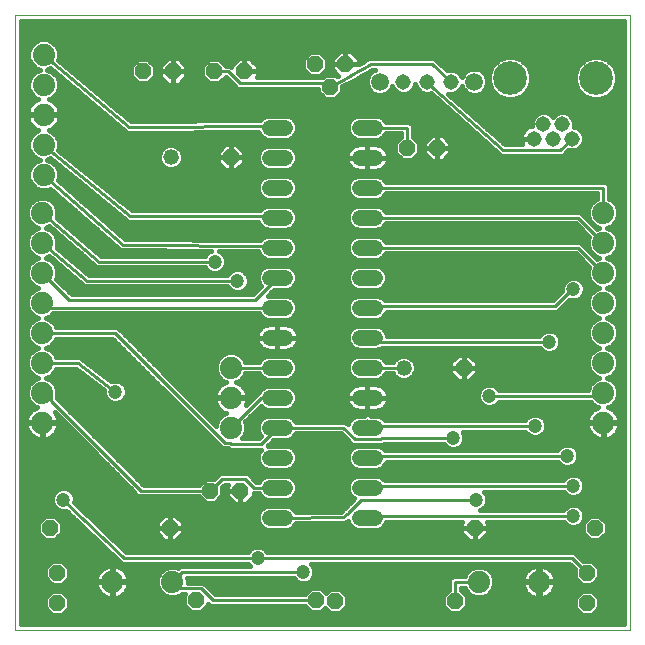
<source format=gbl>
G75*
%MOIN*%
%OFA0B0*%
%FSLAX25Y25*%
%IPPOS*%
%LPD*%
%AMOC8*
5,1,8,0,0,1.08239X$1,22.5*
%
%ADD10C,0.00000*%
%ADD11OC8,0.05200*%
%ADD12C,0.05200*%
%ADD13C,0.07400*%
%ADD14C,0.05150*%
%ADD15C,0.11220*%
%ADD16C,0.05200*%
%ADD17C,0.05937*%
%ADD18C,0.01600*%
%ADD19C,0.01000*%
%ADD20C,0.04724*%
D10*
X0001800Y0001800D02*
X0001800Y0206524D01*
X0206524Y0206524D01*
X0206524Y0001800D01*
X0001800Y0001800D01*
D11*
X0015737Y0010737D03*
X0015737Y0020737D03*
X0013312Y0035737D03*
X0053312Y0035737D03*
X0066839Y0048178D03*
X0076839Y0048178D03*
X0062028Y0011682D03*
X0102028Y0011682D03*
X0108328Y0011383D03*
X0148328Y0011383D03*
X0154847Y0035737D03*
X0192288Y0020737D03*
X0192288Y0010737D03*
X0194847Y0035737D03*
X0151209Y0089083D03*
X0142391Y0162351D03*
X0132391Y0162351D03*
X0106831Y0182796D03*
X0101831Y0190296D03*
X0111831Y0190296D03*
X0078146Y0187910D03*
X0068146Y0187910D03*
X0054391Y0187910D03*
X0044391Y0187910D03*
X0073611Y0159280D03*
D12*
X0053611Y0159280D03*
X0131209Y0089083D03*
D13*
X0073650Y0089123D03*
X0073650Y0079123D03*
X0073650Y0069123D03*
X0054091Y0017737D03*
X0034091Y0017737D03*
X0010737Y0070737D03*
X0010737Y0080737D03*
X0010737Y0090737D03*
X0010737Y0100737D03*
X0010737Y0110737D03*
X0010737Y0120737D03*
X0010737Y0130737D03*
X0010737Y0140737D03*
X0011194Y0153493D03*
X0011194Y0163493D03*
X0011194Y0173493D03*
X0011194Y0183493D03*
X0011194Y0193493D03*
X0156343Y0017737D03*
X0176343Y0017737D03*
X0197737Y0070737D03*
X0197737Y0080737D03*
X0197737Y0090737D03*
X0197737Y0100737D03*
X0197737Y0110737D03*
X0197737Y0120737D03*
X0197737Y0130737D03*
X0197737Y0140737D03*
D14*
X0187272Y0165501D03*
X0184123Y0170225D03*
X0180973Y0165501D03*
X0177824Y0170225D03*
X0174674Y0165501D03*
X0146926Y0184477D03*
X0139052Y0184477D03*
X0131178Y0184477D03*
D15*
X0166603Y0185580D03*
X0195343Y0185580D03*
D16*
X0121762Y0169162D02*
X0116562Y0169162D01*
X0116562Y0159162D02*
X0121762Y0159162D01*
X0121762Y0149162D02*
X0116562Y0149162D01*
X0116562Y0139162D02*
X0121762Y0139162D01*
X0121762Y0129162D02*
X0116562Y0129162D01*
X0116562Y0119162D02*
X0121762Y0119162D01*
X0121762Y0109162D02*
X0116562Y0109162D01*
X0116562Y0099162D02*
X0121762Y0099162D01*
X0121762Y0089162D02*
X0116562Y0089162D01*
X0116562Y0079162D02*
X0121762Y0079162D01*
X0121762Y0069162D02*
X0116562Y0069162D01*
X0116562Y0059162D02*
X0121762Y0059162D01*
X0121762Y0049162D02*
X0116562Y0049162D01*
X0116562Y0039162D02*
X0121762Y0039162D01*
X0091762Y0039162D02*
X0086562Y0039162D01*
X0086562Y0049162D02*
X0091762Y0049162D01*
X0091762Y0059162D02*
X0086562Y0059162D01*
X0086562Y0069162D02*
X0091762Y0069162D01*
X0091762Y0079162D02*
X0086562Y0079162D01*
X0086562Y0089162D02*
X0091762Y0089162D01*
X0091762Y0099162D02*
X0086562Y0099162D01*
X0086562Y0109162D02*
X0091762Y0109162D01*
X0091762Y0119162D02*
X0086562Y0119162D01*
X0086562Y0129162D02*
X0091762Y0129162D01*
X0091762Y0139162D02*
X0086562Y0139162D01*
X0086562Y0149162D02*
X0091762Y0149162D01*
X0091762Y0159162D02*
X0086562Y0159162D01*
X0086562Y0169162D02*
X0091762Y0169162D01*
D17*
X0123304Y0184477D03*
X0154800Y0184477D03*
D18*
X0158074Y0181573D02*
X0160695Y0181573D01*
X0160660Y0181609D02*
X0162632Y0179637D01*
X0165209Y0178569D01*
X0167998Y0178569D01*
X0170574Y0179637D01*
X0172546Y0181609D01*
X0173613Y0184185D01*
X0173613Y0186974D01*
X0172546Y0189551D01*
X0170574Y0191523D01*
X0167998Y0192590D01*
X0165209Y0192590D01*
X0162632Y0191523D01*
X0160660Y0189551D01*
X0159593Y0186974D01*
X0159593Y0184185D01*
X0160660Y0181609D01*
X0160013Y0183172D02*
X0158988Y0183172D01*
X0159168Y0183608D02*
X0158503Y0182003D01*
X0157275Y0180774D01*
X0155669Y0180109D01*
X0153931Y0180109D01*
X0152325Y0180774D01*
X0151097Y0182003D01*
X0150650Y0183081D01*
X0150296Y0182226D01*
X0149178Y0181107D01*
X0147717Y0180502D01*
X0146135Y0180502D01*
X0146123Y0180507D01*
X0165025Y0163526D01*
X0170770Y0163526D01*
X0170620Y0163821D01*
X0170407Y0164476D01*
X0170299Y0165156D01*
X0170299Y0165501D01*
X0174674Y0165501D01*
X0174674Y0165501D01*
X0170299Y0165501D01*
X0170299Y0165845D01*
X0170407Y0166525D01*
X0170620Y0167180D01*
X0170932Y0167794D01*
X0171337Y0168351D01*
X0171824Y0168838D01*
X0172381Y0169242D01*
X0172995Y0169555D01*
X0173650Y0169768D01*
X0173849Y0169799D01*
X0173849Y0171016D01*
X0174454Y0172477D01*
X0175572Y0173595D01*
X0177033Y0174200D01*
X0178614Y0174200D01*
X0180075Y0173595D01*
X0180973Y0172697D01*
X0181871Y0173595D01*
X0183332Y0174200D01*
X0184913Y0174200D01*
X0186374Y0173595D01*
X0187492Y0172477D01*
X0188098Y0171016D01*
X0188098Y0169461D01*
X0189524Y0168870D01*
X0190642Y0167752D01*
X0191247Y0166291D01*
X0191247Y0164710D01*
X0190642Y0163249D01*
X0189524Y0162131D01*
X0188063Y0161526D01*
X0186482Y0161526D01*
X0186130Y0161672D01*
X0184185Y0159726D01*
X0178581Y0159726D01*
X0178565Y0159743D01*
X0177083Y0159743D01*
X0177066Y0159726D01*
X0164348Y0159726D01*
X0163613Y0159687D01*
X0163569Y0159726D01*
X0163510Y0159726D01*
X0162990Y0160246D01*
X0140331Y0180603D01*
X0140281Y0180602D01*
X0140223Y0180660D01*
X0139843Y0180502D01*
X0138261Y0180502D01*
X0136800Y0181107D01*
X0135682Y0182226D01*
X0135115Y0183595D01*
X0134548Y0182226D01*
X0133429Y0181107D01*
X0131969Y0180502D01*
X0130387Y0180502D01*
X0128926Y0181107D01*
X0127808Y0182226D01*
X0127454Y0183081D01*
X0127007Y0182003D01*
X0125778Y0180774D01*
X0124173Y0180109D01*
X0122435Y0180109D01*
X0120829Y0180774D01*
X0119600Y0182003D01*
X0118935Y0183608D01*
X0118935Y0185346D01*
X0119600Y0186952D01*
X0120829Y0188181D01*
X0121559Y0188483D01*
X0120802Y0188483D01*
X0114893Y0185155D01*
X0114234Y0184496D01*
X0113723Y0184496D01*
X0110831Y0182868D01*
X0110831Y0181139D01*
X0108488Y0178796D01*
X0105175Y0178796D01*
X0102831Y0181139D01*
X0102831Y0182110D01*
X0075744Y0182110D01*
X0074631Y0183223D01*
X0071874Y0185981D01*
X0069803Y0183910D01*
X0066490Y0183910D01*
X0064146Y0186253D01*
X0064146Y0189567D01*
X0066490Y0191910D01*
X0069803Y0191910D01*
X0071903Y0189810D01*
X0073418Y0189810D01*
X0073746Y0189482D01*
X0073746Y0189733D01*
X0076324Y0192310D01*
X0078146Y0192310D01*
X0078146Y0187910D01*
X0078147Y0187910D01*
X0078147Y0187910D01*
X0082546Y0187910D01*
X0082546Y0186088D01*
X0082369Y0185910D01*
X0104170Y0185910D01*
X0104345Y0185966D01*
X0105175Y0186796D01*
X0108488Y0186796D01*
X0109055Y0186229D01*
X0109452Y0186453D01*
X0107431Y0188474D01*
X0107431Y0190296D01*
X0111831Y0190296D01*
X0111831Y0190296D01*
X0107431Y0190296D01*
X0107431Y0192119D01*
X0110009Y0194696D01*
X0111831Y0194696D01*
X0111831Y0190296D01*
X0111832Y0190296D01*
X0111832Y0190296D01*
X0116231Y0190296D01*
X0116231Y0190270D01*
X0119145Y0191910D01*
X0119517Y0192283D01*
X0119806Y0192283D01*
X0120057Y0192424D01*
X0120564Y0192283D01*
X0140757Y0192283D01*
X0141525Y0192298D01*
X0141541Y0192283D01*
X0141563Y0192283D01*
X0142106Y0191740D01*
X0145712Y0188277D01*
X0146135Y0188452D01*
X0147717Y0188452D01*
X0149178Y0187847D01*
X0150296Y0186729D01*
X0150650Y0185873D01*
X0151097Y0186952D01*
X0152325Y0188181D01*
X0153931Y0188846D01*
X0155669Y0188846D01*
X0157275Y0188181D01*
X0158503Y0186952D01*
X0159168Y0185346D01*
X0159168Y0183608D01*
X0159168Y0184770D02*
X0159593Y0184770D01*
X0159593Y0186369D02*
X0158745Y0186369D01*
X0157488Y0187967D02*
X0160004Y0187967D01*
X0160675Y0189566D02*
X0144370Y0189566D01*
X0142706Y0191164D02*
X0162274Y0191164D01*
X0152112Y0187967D02*
X0148887Y0187967D01*
X0150445Y0186369D02*
X0150855Y0186369D01*
X0151526Y0181573D02*
X0149643Y0181573D01*
X0146716Y0179975D02*
X0162294Y0179975D01*
X0155613Y0171982D02*
X0174249Y0171982D01*
X0173849Y0170384D02*
X0157392Y0170384D01*
X0159171Y0168785D02*
X0171771Y0168785D01*
X0170623Y0167187D02*
X0160951Y0167187D01*
X0162730Y0165588D02*
X0170299Y0165588D01*
X0170565Y0163990D02*
X0164509Y0163990D01*
X0162382Y0160793D02*
X0146791Y0160793D01*
X0146791Y0160529D02*
X0146791Y0162351D01*
X0142391Y0162351D01*
X0142391Y0162351D01*
X0146791Y0162351D01*
X0146791Y0164174D01*
X0144213Y0166751D01*
X0142391Y0166751D01*
X0142391Y0162351D01*
X0142391Y0157951D01*
X0144213Y0157951D01*
X0146791Y0160529D01*
X0146791Y0162391D02*
X0160603Y0162391D01*
X0158823Y0163990D02*
X0146791Y0163990D01*
X0145376Y0165588D02*
X0157044Y0165588D01*
X0155265Y0167187D02*
X0134291Y0167187D01*
X0134291Y0166108D02*
X0134291Y0169949D01*
X0133178Y0171062D01*
X0125305Y0171062D01*
X0125153Y0171428D01*
X0124028Y0172553D01*
X0122558Y0173162D01*
X0115767Y0173162D01*
X0114296Y0172553D01*
X0113171Y0171428D01*
X0112562Y0169958D01*
X0112562Y0168367D01*
X0113171Y0166896D01*
X0114296Y0165771D01*
X0115767Y0165162D01*
X0122558Y0165162D01*
X0124028Y0165771D01*
X0125153Y0166896D01*
X0125305Y0167262D01*
X0130491Y0167262D01*
X0130491Y0166108D01*
X0128391Y0164008D01*
X0128391Y0160694D01*
X0130734Y0158351D01*
X0134047Y0158351D01*
X0136391Y0160694D01*
X0136391Y0164008D01*
X0134291Y0166108D01*
X0134810Y0165588D02*
X0139405Y0165588D01*
X0140568Y0166751D02*
X0137991Y0164174D01*
X0137991Y0162351D01*
X0137991Y0160529D01*
X0140568Y0157951D01*
X0142390Y0157951D01*
X0142390Y0162351D01*
X0137991Y0162351D01*
X0142390Y0162351D01*
X0142390Y0162351D01*
X0142391Y0162351D01*
X0142390Y0162351D01*
X0142390Y0166751D01*
X0140568Y0166751D01*
X0142390Y0165588D02*
X0142391Y0165588D01*
X0142390Y0163990D02*
X0142391Y0163990D01*
X0142390Y0162391D02*
X0142391Y0162391D01*
X0142390Y0160793D02*
X0142391Y0160793D01*
X0142390Y0159194D02*
X0142391Y0159194D01*
X0145456Y0159194D02*
X0204724Y0159194D01*
X0204724Y0157596D02*
X0125880Y0157596D01*
X0125840Y0157473D02*
X0126054Y0158132D01*
X0126162Y0158816D01*
X0126162Y0159162D01*
X0119162Y0159162D01*
X0119162Y0159162D01*
X0119162Y0154762D01*
X0116216Y0154762D01*
X0115532Y0154871D01*
X0114873Y0155085D01*
X0114256Y0155399D01*
X0113696Y0155806D01*
X0113206Y0156296D01*
X0112799Y0156856D01*
X0112485Y0157473D01*
X0112271Y0158132D01*
X0112162Y0158816D01*
X0112162Y0159162D01*
X0119162Y0159162D01*
X0119162Y0159162D01*
X0119162Y0154762D01*
X0122108Y0154762D01*
X0122793Y0154871D01*
X0123451Y0155085D01*
X0124068Y0155399D01*
X0124629Y0155806D01*
X0125118Y0156296D01*
X0125525Y0156856D01*
X0125840Y0157473D01*
X0126162Y0159162D02*
X0126162Y0159508D01*
X0126054Y0160193D01*
X0125840Y0160851D01*
X0125525Y0161468D01*
X0125118Y0162029D01*
X0124629Y0162518D01*
X0124068Y0162925D01*
X0123451Y0163240D01*
X0122793Y0163454D01*
X0122108Y0163562D01*
X0119162Y0163562D01*
X0116216Y0163562D01*
X0115532Y0163454D01*
X0114873Y0163240D01*
X0114256Y0162925D01*
X0113696Y0162518D01*
X0113206Y0162029D01*
X0112799Y0161468D01*
X0112485Y0160851D01*
X0112271Y0160193D01*
X0112162Y0159508D01*
X0112162Y0159162D01*
X0119162Y0159162D01*
X0119162Y0163562D01*
X0119162Y0159162D01*
X0119162Y0159162D01*
X0119162Y0159162D01*
X0126162Y0159162D01*
X0126162Y0159194D02*
X0129891Y0159194D01*
X0128391Y0160793D02*
X0125859Y0160793D01*
X0124756Y0162391D02*
X0128391Y0162391D01*
X0128391Y0163990D02*
X0016294Y0163990D01*
X0016294Y0164507D02*
X0015517Y0166382D01*
X0014083Y0167816D01*
X0012957Y0168283D01*
X0013305Y0168396D01*
X0014076Y0168789D01*
X0014777Y0169298D01*
X0015389Y0169910D01*
X0015898Y0170610D01*
X0016291Y0171382D01*
X0016558Y0172205D01*
X0016694Y0173060D01*
X0016694Y0173293D01*
X0011394Y0173293D01*
X0011394Y0173693D01*
X0016694Y0173693D01*
X0016694Y0173926D01*
X0016558Y0174781D01*
X0016291Y0175604D01*
X0015898Y0176376D01*
X0015389Y0177076D01*
X0014777Y0177688D01*
X0014076Y0178197D01*
X0013305Y0178590D01*
X0012957Y0178703D01*
X0014083Y0179169D01*
X0015517Y0180604D01*
X0016294Y0182478D01*
X0016294Y0184507D01*
X0015517Y0186382D01*
X0014083Y0187816D01*
X0012450Y0188493D01*
X0013508Y0188931D01*
X0038393Y0167938D01*
X0038902Y0167437D01*
X0038986Y0167438D01*
X0039050Y0167384D01*
X0039762Y0167444D01*
X0082801Y0167790D01*
X0083171Y0166896D01*
X0084296Y0165771D01*
X0085767Y0165162D01*
X0092558Y0165162D01*
X0094028Y0165771D01*
X0095153Y0166896D01*
X0095762Y0168367D01*
X0095762Y0169958D01*
X0095153Y0171428D01*
X0094028Y0172553D01*
X0092558Y0173162D01*
X0085767Y0173162D01*
X0084296Y0172553D01*
X0083338Y0171595D01*
X0040362Y0171249D01*
X0016010Y0191793D01*
X0016294Y0192478D01*
X0016294Y0194507D01*
X0015517Y0196382D01*
X0014083Y0197816D01*
X0012208Y0198593D01*
X0010179Y0198593D01*
X0008305Y0197816D01*
X0006870Y0196382D01*
X0006094Y0194507D01*
X0006094Y0192478D01*
X0006870Y0190604D01*
X0008305Y0189169D01*
X0009938Y0188493D01*
X0008305Y0187816D01*
X0006870Y0186382D01*
X0006094Y0184507D01*
X0006094Y0182478D01*
X0006870Y0180604D01*
X0008305Y0179169D01*
X0009431Y0178703D01*
X0009082Y0178590D01*
X0008311Y0178197D01*
X0007611Y0177688D01*
X0006999Y0177076D01*
X0006490Y0176376D01*
X0006097Y0175604D01*
X0005829Y0174781D01*
X0005694Y0173926D01*
X0005694Y0173693D01*
X0010994Y0173693D01*
X0010994Y0173293D01*
X0005694Y0173293D01*
X0005694Y0173060D01*
X0005829Y0172205D01*
X0006097Y0171382D01*
X0006490Y0170610D01*
X0006999Y0169910D01*
X0007611Y0169298D01*
X0008311Y0168789D01*
X0009082Y0168396D01*
X0009431Y0168283D01*
X0008305Y0167816D01*
X0006870Y0166382D01*
X0006094Y0164507D01*
X0006094Y0162478D01*
X0006870Y0160604D01*
X0008305Y0159169D01*
X0009938Y0158493D01*
X0008305Y0157816D01*
X0006870Y0156382D01*
X0006094Y0154507D01*
X0006094Y0152478D01*
X0006870Y0150604D01*
X0008305Y0149169D01*
X0010179Y0148393D01*
X0012208Y0148393D01*
X0013287Y0148840D01*
X0036339Y0128746D01*
X0036841Y0128237D01*
X0036924Y0128236D01*
X0036987Y0128181D01*
X0037700Y0128230D01*
X0066903Y0128005D01*
X0066126Y0127682D01*
X0065067Y0126624D01*
X0064972Y0126393D01*
X0030438Y0126393D01*
X0015578Y0139098D01*
X0015837Y0139723D01*
X0015837Y0141751D01*
X0015061Y0143626D01*
X0013626Y0145061D01*
X0011751Y0145837D01*
X0009723Y0145837D01*
X0007848Y0145061D01*
X0006413Y0143626D01*
X0005637Y0141751D01*
X0005637Y0139723D01*
X0006413Y0137848D01*
X0007848Y0136413D01*
X0009481Y0135737D01*
X0007848Y0135061D01*
X0006413Y0133626D01*
X0005637Y0131751D01*
X0005637Y0129723D01*
X0006413Y0127848D01*
X0007848Y0126413D01*
X0009481Y0125737D01*
X0007848Y0125061D01*
X0006413Y0123626D01*
X0005637Y0121751D01*
X0005637Y0119723D01*
X0006413Y0117848D01*
X0007848Y0116413D01*
X0009481Y0115737D01*
X0007848Y0115061D01*
X0006413Y0113626D01*
X0005637Y0111751D01*
X0005637Y0109723D01*
X0006413Y0107848D01*
X0007848Y0106413D01*
X0009481Y0105737D01*
X0007848Y0105061D01*
X0006413Y0103626D01*
X0005637Y0101751D01*
X0005637Y0099723D01*
X0006413Y0097848D01*
X0007848Y0096413D01*
X0009481Y0095737D01*
X0007848Y0095061D01*
X0006413Y0093626D01*
X0005637Y0091751D01*
X0005637Y0089723D01*
X0006413Y0087848D01*
X0007848Y0086413D01*
X0009481Y0085737D01*
X0007848Y0085061D01*
X0006413Y0083626D01*
X0005637Y0081751D01*
X0005637Y0079723D01*
X0006413Y0077848D01*
X0007848Y0076413D01*
X0008974Y0075947D01*
X0008626Y0075834D01*
X0007854Y0075441D01*
X0007154Y0074932D01*
X0006542Y0074320D01*
X0006033Y0073620D01*
X0005640Y0072848D01*
X0005372Y0072025D01*
X0005237Y0071170D01*
X0005237Y0070937D01*
X0010537Y0070937D01*
X0010537Y0070537D01*
X0010937Y0070537D01*
X0010937Y0065237D01*
X0011170Y0065237D01*
X0012025Y0065372D01*
X0012848Y0065640D01*
X0013620Y0066033D01*
X0014320Y0066542D01*
X0014932Y0067154D01*
X0015441Y0067854D01*
X0015834Y0068626D01*
X0016102Y0069449D01*
X0016237Y0070304D01*
X0016237Y0070537D01*
X0010937Y0070537D01*
X0010937Y0070937D01*
X0016237Y0070937D01*
X0016237Y0071170D01*
X0016102Y0072025D01*
X0015834Y0072848D01*
X0015441Y0073620D01*
X0014996Y0074232D01*
X0041396Y0047832D01*
X0041396Y0047391D01*
X0042509Y0046278D01*
X0063083Y0046278D01*
X0065183Y0044178D01*
X0068496Y0044178D01*
X0070839Y0046521D01*
X0070839Y0049491D01*
X0071526Y0050178D01*
X0072617Y0050178D01*
X0072439Y0050000D01*
X0072439Y0048178D01*
X0076839Y0048178D01*
X0076839Y0048178D01*
X0072439Y0048178D01*
X0072439Y0046355D01*
X0075017Y0043778D01*
X0076839Y0043778D01*
X0076839Y0048178D01*
X0076839Y0048178D01*
X0076839Y0043778D01*
X0078662Y0043778D01*
X0081239Y0046355D01*
X0081239Y0047262D01*
X0083020Y0047262D01*
X0083171Y0046896D01*
X0084296Y0045771D01*
X0085767Y0045162D01*
X0092558Y0045162D01*
X0094028Y0045771D01*
X0095153Y0046896D01*
X0095762Y0048367D01*
X0095762Y0049958D01*
X0095153Y0051428D01*
X0094028Y0052553D01*
X0092558Y0053162D01*
X0085767Y0053162D01*
X0084296Y0052553D01*
X0083171Y0051428D01*
X0083020Y0051062D01*
X0082158Y0051062D01*
X0080355Y0052865D01*
X0079242Y0053978D01*
X0069952Y0053978D01*
X0068152Y0052178D01*
X0065183Y0052178D01*
X0063083Y0050078D01*
X0044524Y0050078D01*
X0015637Y0078965D01*
X0015637Y0079240D01*
X0015837Y0079723D01*
X0015837Y0081751D01*
X0015061Y0083626D01*
X0013626Y0085061D01*
X0011993Y0085737D01*
X0013626Y0086413D01*
X0015061Y0087848D01*
X0015470Y0088837D01*
X0022022Y0088837D01*
X0031329Y0081595D01*
X0031329Y0080327D01*
X0031902Y0078944D01*
X0032960Y0077886D01*
X0034343Y0077313D01*
X0035840Y0077313D01*
X0037222Y0077886D01*
X0038281Y0078944D01*
X0038854Y0080327D01*
X0038854Y0081824D01*
X0038281Y0083207D01*
X0037222Y0084265D01*
X0035840Y0084838D01*
X0034343Y0084838D01*
X0033695Y0084569D01*
X0023934Y0092164D01*
X0023461Y0092637D01*
X0023326Y0092637D01*
X0023220Y0092720D01*
X0022556Y0092637D01*
X0015470Y0092637D01*
X0015061Y0093626D01*
X0013626Y0095061D01*
X0011993Y0095737D01*
X0013626Y0096413D01*
X0015061Y0097848D01*
X0015470Y0098837D01*
X0034178Y0098837D01*
X0069679Y0063336D01*
X0070792Y0062223D01*
X0072564Y0062223D01*
X0072950Y0061837D01*
X0083580Y0061837D01*
X0083171Y0061428D01*
X0082562Y0059958D01*
X0082562Y0058367D01*
X0083171Y0056896D01*
X0084296Y0055771D01*
X0085767Y0055162D01*
X0092558Y0055162D01*
X0094028Y0055771D01*
X0095153Y0056896D01*
X0095762Y0058367D01*
X0095762Y0059958D01*
X0095153Y0061428D01*
X0094028Y0062553D01*
X0092558Y0063162D01*
X0085849Y0063162D01*
X0087849Y0065162D01*
X0092558Y0065162D01*
X0094028Y0065771D01*
X0095153Y0066896D01*
X0095305Y0067262D01*
X0110260Y0067262D01*
X0114160Y0063362D01*
X0124165Y0063362D01*
X0124639Y0063837D01*
X0144452Y0063837D01*
X0144548Y0063606D01*
X0145606Y0062548D01*
X0146989Y0061975D01*
X0148485Y0061975D01*
X0149868Y0062548D01*
X0150926Y0063606D01*
X0151499Y0064989D01*
X0151499Y0066485D01*
X0150939Y0067837D01*
X0171727Y0067837D01*
X0171823Y0067606D01*
X0172881Y0066548D01*
X0174264Y0065975D01*
X0175761Y0065975D01*
X0177144Y0066548D01*
X0178202Y0067606D01*
X0178775Y0068989D01*
X0178775Y0070485D01*
X0178202Y0071868D01*
X0177144Y0072926D01*
X0175761Y0073499D01*
X0174264Y0073499D01*
X0172881Y0072926D01*
X0171823Y0071868D01*
X0171727Y0071637D01*
X0124944Y0071637D01*
X0124028Y0072553D01*
X0122558Y0073162D01*
X0120424Y0073162D01*
X0119949Y0073637D01*
X0118375Y0073637D01*
X0117900Y0073162D01*
X0115767Y0073162D01*
X0114296Y0072553D01*
X0113171Y0071428D01*
X0112672Y0070224D01*
X0111834Y0071062D01*
X0095305Y0071062D01*
X0095153Y0071428D01*
X0094028Y0072553D01*
X0092558Y0073162D01*
X0085767Y0073162D01*
X0084296Y0072553D01*
X0083171Y0071428D01*
X0082562Y0069958D01*
X0082562Y0068367D01*
X0083171Y0066896D01*
X0083690Y0066377D01*
X0082950Y0065637D01*
X0077377Y0065637D01*
X0077974Y0066234D01*
X0078750Y0068108D01*
X0078750Y0070137D01*
X0078341Y0071126D01*
X0083641Y0076427D01*
X0084296Y0075771D01*
X0085767Y0075162D01*
X0092558Y0075162D01*
X0094028Y0075771D01*
X0095153Y0076896D01*
X0095762Y0078367D01*
X0095762Y0079958D01*
X0095153Y0081428D01*
X0094028Y0082553D01*
X0092558Y0083162D01*
X0085767Y0083162D01*
X0084296Y0082553D01*
X0083171Y0081428D01*
X0083020Y0081062D01*
X0082903Y0081062D01*
X0078639Y0076798D01*
X0078747Y0077012D01*
X0079015Y0077835D01*
X0079150Y0078690D01*
X0079150Y0078923D01*
X0073850Y0078923D01*
X0073850Y0079323D01*
X0079150Y0079323D01*
X0079150Y0079556D01*
X0079015Y0080411D01*
X0078747Y0081234D01*
X0078354Y0082005D01*
X0077846Y0082706D01*
X0077233Y0083318D01*
X0076533Y0083827D01*
X0075762Y0084220D01*
X0075414Y0084333D01*
X0076539Y0084799D01*
X0077974Y0086234D01*
X0078400Y0087262D01*
X0083020Y0087262D01*
X0083171Y0086896D01*
X0084296Y0085771D01*
X0085767Y0085162D01*
X0092558Y0085162D01*
X0094028Y0085771D01*
X0095153Y0086896D01*
X0095762Y0088367D01*
X0095762Y0089958D01*
X0095153Y0091428D01*
X0094028Y0092553D01*
X0092558Y0093162D01*
X0085767Y0093162D01*
X0084296Y0092553D01*
X0083171Y0091428D01*
X0083020Y0091062D01*
X0078367Y0091062D01*
X0077974Y0092012D01*
X0076539Y0093446D01*
X0074665Y0094223D01*
X0072636Y0094223D01*
X0070761Y0093446D01*
X0069327Y0092012D01*
X0068550Y0090137D01*
X0068550Y0088108D01*
X0069327Y0086234D01*
X0070761Y0084799D01*
X0071887Y0084333D01*
X0071539Y0084220D01*
X0070768Y0083827D01*
X0070067Y0083318D01*
X0069455Y0082706D01*
X0068946Y0082005D01*
X0068553Y0081234D01*
X0068286Y0080411D01*
X0068150Y0079556D01*
X0068150Y0079323D01*
X0073450Y0079323D01*
X0073450Y0078923D01*
X0068150Y0078923D01*
X0068150Y0078690D01*
X0068286Y0077835D01*
X0068553Y0077012D01*
X0068946Y0076240D01*
X0069455Y0075540D01*
X0070067Y0074928D01*
X0070768Y0074419D01*
X0071539Y0074026D01*
X0071887Y0073913D01*
X0070761Y0073446D01*
X0069327Y0072012D01*
X0068550Y0070137D01*
X0068550Y0069839D01*
X0036865Y0101524D01*
X0035752Y0102637D01*
X0015470Y0102637D01*
X0015061Y0103626D01*
X0013626Y0105061D01*
X0011993Y0105737D01*
X0013626Y0106413D01*
X0014475Y0107262D01*
X0083020Y0107262D01*
X0083171Y0106896D01*
X0084296Y0105771D01*
X0085767Y0105162D01*
X0092558Y0105162D01*
X0094028Y0105771D01*
X0095153Y0106896D01*
X0095762Y0108367D01*
X0095762Y0109958D01*
X0095153Y0111428D01*
X0094028Y0112553D01*
X0092558Y0113162D01*
X0085849Y0113162D01*
X0087849Y0115162D01*
X0092558Y0115162D01*
X0094028Y0115771D01*
X0095153Y0116896D01*
X0095762Y0118367D01*
X0095762Y0119958D01*
X0095153Y0121428D01*
X0094028Y0122553D01*
X0092558Y0123162D01*
X0085767Y0123162D01*
X0084296Y0122553D01*
X0083171Y0121428D01*
X0082562Y0119958D01*
X0082562Y0118367D01*
X0083171Y0116896D01*
X0083690Y0116377D01*
X0080950Y0113637D01*
X0020524Y0113637D01*
X0015427Y0118734D01*
X0015837Y0119723D01*
X0015837Y0121751D01*
X0015061Y0123626D01*
X0013626Y0125061D01*
X0011993Y0125737D01*
X0013153Y0126217D01*
X0024451Y0116698D01*
X0024950Y0116199D01*
X0025043Y0116199D01*
X0025115Y0116139D01*
X0025818Y0116199D01*
X0072483Y0116199D01*
X0072579Y0115968D01*
X0073637Y0114910D01*
X0075020Y0114337D01*
X0076517Y0114337D01*
X0077900Y0114910D01*
X0078958Y0115968D01*
X0079531Y0117351D01*
X0079531Y0118848D01*
X0078958Y0120230D01*
X0077900Y0121289D01*
X0076517Y0121861D01*
X0075020Y0121861D01*
X0073637Y0121289D01*
X0072579Y0120230D01*
X0072483Y0119999D01*
X0026431Y0119999D01*
X0015592Y0129131D01*
X0015837Y0129723D01*
X0015837Y0131751D01*
X0015061Y0133626D01*
X0013626Y0135061D01*
X0011993Y0135737D01*
X0013117Y0136203D01*
X0028446Y0123097D01*
X0028950Y0122593D01*
X0029036Y0122593D01*
X0029101Y0122537D01*
X0029811Y0122593D01*
X0064972Y0122593D01*
X0065067Y0122362D01*
X0066126Y0121303D01*
X0067508Y0120731D01*
X0069005Y0120731D01*
X0070388Y0121303D01*
X0071446Y0122362D01*
X0072019Y0123745D01*
X0072019Y0125241D01*
X0071446Y0126624D01*
X0070388Y0127682D01*
X0069661Y0127983D01*
X0082763Y0127882D01*
X0083171Y0126896D01*
X0084296Y0125771D01*
X0085767Y0125162D01*
X0092558Y0125162D01*
X0094028Y0125771D01*
X0095153Y0126896D01*
X0095762Y0128367D01*
X0095762Y0129958D01*
X0095153Y0131428D01*
X0094028Y0132553D01*
X0092558Y0133162D01*
X0085767Y0133162D01*
X0084296Y0132553D01*
X0083420Y0131677D01*
X0038361Y0132025D01*
X0015923Y0151583D01*
X0016294Y0152478D01*
X0016294Y0154507D01*
X0015517Y0156382D01*
X0014083Y0157816D01*
X0012450Y0158493D01*
X0013441Y0158904D01*
X0038762Y0138324D01*
X0039249Y0137837D01*
X0039361Y0137837D01*
X0039449Y0137766D01*
X0040134Y0137837D01*
X0082782Y0137837D01*
X0083171Y0136896D01*
X0084296Y0135771D01*
X0085767Y0135162D01*
X0092558Y0135162D01*
X0094028Y0135771D01*
X0095153Y0136896D01*
X0095762Y0138367D01*
X0095762Y0139958D01*
X0095153Y0141428D01*
X0094028Y0142553D01*
X0092558Y0143162D01*
X0085767Y0143162D01*
X0084296Y0142553D01*
X0083380Y0141637D01*
X0040711Y0141637D01*
X0015985Y0161733D01*
X0016294Y0162478D01*
X0016294Y0164507D01*
X0015846Y0165588D02*
X0084738Y0165588D01*
X0083051Y0167187D02*
X0014712Y0167187D01*
X0014069Y0168785D02*
X0037389Y0168785D01*
X0035494Y0170384D02*
X0015733Y0170384D01*
X0016486Y0171982D02*
X0033599Y0171982D01*
X0031705Y0173581D02*
X0011394Y0173581D01*
X0010994Y0173581D02*
X0003600Y0173581D01*
X0003600Y0175179D02*
X0005959Y0175179D01*
X0006782Y0176778D02*
X0003600Y0176778D01*
X0003600Y0178376D02*
X0008663Y0178376D01*
X0007499Y0179975D02*
X0003600Y0179975D01*
X0003600Y0181573D02*
X0006469Y0181573D01*
X0006094Y0183172D02*
X0003600Y0183172D01*
X0003600Y0184770D02*
X0006203Y0184770D01*
X0006865Y0186369D02*
X0003600Y0186369D01*
X0003600Y0187967D02*
X0008669Y0187967D01*
X0007908Y0189566D02*
X0003600Y0189566D01*
X0003600Y0191164D02*
X0006638Y0191164D01*
X0006094Y0192763D02*
X0003600Y0192763D01*
X0003600Y0194361D02*
X0006094Y0194361D01*
X0006695Y0195960D02*
X0003600Y0195960D01*
X0003600Y0197558D02*
X0008047Y0197558D01*
X0003600Y0199157D02*
X0204724Y0199157D01*
X0204724Y0200755D02*
X0003600Y0200755D01*
X0003600Y0202354D02*
X0204724Y0202354D01*
X0204724Y0203952D02*
X0003600Y0203952D01*
X0003600Y0204724D02*
X0204724Y0204724D01*
X0204724Y0003600D01*
X0003600Y0003600D01*
X0003600Y0204724D01*
X0014341Y0197558D02*
X0204724Y0197558D01*
X0204724Y0195960D02*
X0015692Y0195960D01*
X0016294Y0194361D02*
X0109674Y0194361D01*
X0111831Y0194361D02*
X0111832Y0194361D01*
X0111832Y0194696D02*
X0111832Y0190296D01*
X0116231Y0190296D01*
X0116231Y0192119D01*
X0113654Y0194696D01*
X0111832Y0194696D01*
X0111831Y0192763D02*
X0111832Y0192763D01*
X0111831Y0191164D02*
X0111832Y0191164D01*
X0113989Y0194361D02*
X0204724Y0194361D01*
X0204724Y0192763D02*
X0115587Y0192763D01*
X0116231Y0191164D02*
X0117820Y0191164D01*
X0119887Y0187967D02*
X0120616Y0187967D01*
X0119359Y0186369D02*
X0117048Y0186369D01*
X0118935Y0184770D02*
X0114508Y0184770D01*
X0111371Y0183172D02*
X0119116Y0183172D01*
X0120030Y0181573D02*
X0110831Y0181573D01*
X0109667Y0179975D02*
X0141030Y0179975D01*
X0142809Y0178376D02*
X0031913Y0178376D01*
X0030018Y0179975D02*
X0103996Y0179975D01*
X0102831Y0181573D02*
X0028124Y0181573D01*
X0026229Y0183172D02*
X0074682Y0183172D01*
X0073084Y0184770D02*
X0070663Y0184770D01*
X0065630Y0184770D02*
X0057473Y0184770D01*
X0056213Y0183510D02*
X0058791Y0186088D01*
X0058791Y0187910D01*
X0054391Y0187910D01*
X0054391Y0187910D01*
X0054391Y0183510D01*
X0056213Y0183510D01*
X0054390Y0183510D02*
X0054390Y0187910D01*
X0049991Y0187910D01*
X0049991Y0186088D01*
X0052568Y0183510D01*
X0054390Y0183510D01*
X0054390Y0184770D02*
X0054391Y0184770D01*
X0054390Y0186369D02*
X0054391Y0186369D01*
X0054390Y0187910D02*
X0054391Y0187910D01*
X0058791Y0187910D01*
X0058791Y0189733D01*
X0056213Y0192310D01*
X0054391Y0192310D01*
X0054391Y0187910D01*
X0054390Y0187910D01*
X0054390Y0187910D01*
X0049991Y0187910D01*
X0049991Y0189733D01*
X0052568Y0192310D01*
X0054390Y0192310D01*
X0054390Y0187910D01*
X0054390Y0187967D02*
X0054391Y0187967D01*
X0054390Y0189566D02*
X0054391Y0189566D01*
X0054390Y0191164D02*
X0054391Y0191164D01*
X0057359Y0191164D02*
X0065744Y0191164D01*
X0064146Y0189566D02*
X0058791Y0189566D01*
X0058791Y0187967D02*
X0064146Y0187967D01*
X0064146Y0186369D02*
X0058791Y0186369D01*
X0051308Y0184770D02*
X0046907Y0184770D01*
X0046047Y0183910D02*
X0048391Y0186253D01*
X0048391Y0189567D01*
X0046047Y0191910D01*
X0042734Y0191910D01*
X0040391Y0189567D01*
X0040391Y0186253D01*
X0042734Y0183910D01*
X0046047Y0183910D01*
X0048391Y0186369D02*
X0049991Y0186369D01*
X0049991Y0187967D02*
X0048391Y0187967D01*
X0048391Y0189566D02*
X0049991Y0189566D01*
X0051422Y0191164D02*
X0046793Y0191164D01*
X0041988Y0191164D02*
X0016755Y0191164D01*
X0016294Y0192763D02*
X0098641Y0192763D01*
X0097831Y0191953D02*
X0100175Y0194296D01*
X0103488Y0194296D01*
X0105831Y0191953D01*
X0105831Y0188639D01*
X0103488Y0186296D01*
X0100175Y0186296D01*
X0097831Y0188639D01*
X0097831Y0191953D01*
X0097831Y0191164D02*
X0081115Y0191164D01*
X0079969Y0192310D02*
X0078147Y0192310D01*
X0078147Y0187910D01*
X0082546Y0187910D01*
X0082546Y0189733D01*
X0079969Y0192310D01*
X0078147Y0191164D02*
X0078146Y0191164D01*
X0078146Y0189566D02*
X0078147Y0189566D01*
X0078146Y0187967D02*
X0078147Y0187967D01*
X0075178Y0191164D02*
X0070549Y0191164D01*
X0073662Y0189566D02*
X0073746Y0189566D01*
X0082546Y0189566D02*
X0097831Y0189566D01*
X0098503Y0187967D02*
X0082546Y0187967D01*
X0082546Y0186369D02*
X0100102Y0186369D01*
X0103561Y0186369D02*
X0104747Y0186369D01*
X0105160Y0187967D02*
X0107938Y0187967D01*
X0107431Y0189566D02*
X0105831Y0189566D01*
X0105831Y0191164D02*
X0107431Y0191164D01*
X0108076Y0192763D02*
X0105022Y0192763D01*
X0108916Y0186369D02*
X0109304Y0186369D01*
X0113725Y0171982D02*
X0094599Y0171982D01*
X0095586Y0170384D02*
X0112739Y0170384D01*
X0112562Y0168785D02*
X0095762Y0168785D01*
X0095273Y0167187D02*
X0113051Y0167187D01*
X0114738Y0165588D02*
X0093586Y0165588D01*
X0092558Y0163162D02*
X0094028Y0162553D01*
X0095153Y0161428D01*
X0095762Y0159958D01*
X0095762Y0158367D01*
X0095153Y0156896D01*
X0094028Y0155771D01*
X0092558Y0155162D01*
X0085767Y0155162D01*
X0084296Y0155771D01*
X0083171Y0156896D01*
X0082562Y0158367D01*
X0082562Y0159958D01*
X0083171Y0161428D01*
X0084296Y0162553D01*
X0085767Y0163162D01*
X0092558Y0163162D01*
X0094190Y0162391D02*
X0113569Y0162391D01*
X0112466Y0160793D02*
X0095416Y0160793D01*
X0095762Y0159194D02*
X0112162Y0159194D01*
X0112445Y0157596D02*
X0095443Y0157596D01*
X0094254Y0155997D02*
X0113505Y0155997D01*
X0114892Y0152800D02*
X0093432Y0152800D01*
X0094028Y0152553D02*
X0092558Y0153162D01*
X0085767Y0153162D01*
X0084296Y0152553D01*
X0083171Y0151428D01*
X0082562Y0149958D01*
X0082562Y0148367D01*
X0083171Y0146896D01*
X0084296Y0145771D01*
X0085767Y0145162D01*
X0092558Y0145162D01*
X0094028Y0145771D01*
X0095153Y0146896D01*
X0095762Y0148367D01*
X0095762Y0149958D01*
X0095153Y0151428D01*
X0094028Y0152553D01*
X0095247Y0151202D02*
X0113077Y0151202D01*
X0113171Y0151428D02*
X0112562Y0149958D01*
X0112562Y0148367D01*
X0113171Y0146896D01*
X0114296Y0145771D01*
X0115767Y0145162D01*
X0122558Y0145162D01*
X0124028Y0145771D01*
X0125153Y0146896D01*
X0125305Y0147262D01*
X0195837Y0147262D01*
X0195837Y0145470D01*
X0194848Y0145061D01*
X0193413Y0143626D01*
X0192637Y0141751D01*
X0192637Y0139723D01*
X0193413Y0137848D01*
X0194848Y0136413D01*
X0196481Y0135737D01*
X0195734Y0135427D01*
X0190099Y0141062D01*
X0125305Y0141062D01*
X0125153Y0141428D01*
X0124028Y0142553D01*
X0122558Y0143162D01*
X0115767Y0143162D01*
X0114296Y0142553D01*
X0113171Y0141428D01*
X0112562Y0139958D01*
X0112562Y0138367D01*
X0113171Y0136896D01*
X0114296Y0135771D01*
X0115767Y0135162D01*
X0122558Y0135162D01*
X0124028Y0135771D01*
X0125153Y0136896D01*
X0125305Y0137262D01*
X0188525Y0137262D01*
X0193047Y0132740D01*
X0192637Y0131751D01*
X0192637Y0129723D01*
X0193413Y0127848D01*
X0194848Y0126413D01*
X0196481Y0125737D01*
X0195734Y0125427D01*
X0190099Y0131062D01*
X0125305Y0131062D01*
X0125153Y0131428D01*
X0124028Y0132553D01*
X0122558Y0133162D01*
X0115767Y0133162D01*
X0114296Y0132553D01*
X0113171Y0131428D01*
X0112562Y0129958D01*
X0112562Y0128367D01*
X0113171Y0126896D01*
X0114296Y0125771D01*
X0115767Y0125162D01*
X0122558Y0125162D01*
X0124028Y0125771D01*
X0125153Y0126896D01*
X0125305Y0127262D01*
X0188525Y0127262D01*
X0193047Y0122740D01*
X0192637Y0121751D01*
X0192637Y0119723D01*
X0193413Y0117848D01*
X0194848Y0116413D01*
X0196481Y0115737D01*
X0194848Y0115061D01*
X0193413Y0113626D01*
X0192637Y0111751D01*
X0192637Y0109723D01*
X0193413Y0107848D01*
X0194848Y0106413D01*
X0196481Y0105737D01*
X0194848Y0105061D01*
X0193413Y0103626D01*
X0192637Y0101751D01*
X0192637Y0099723D01*
X0193413Y0097848D01*
X0194848Y0096413D01*
X0196481Y0095737D01*
X0194848Y0095061D01*
X0193413Y0093626D01*
X0192637Y0091751D01*
X0192637Y0089723D01*
X0193413Y0087848D01*
X0194848Y0086413D01*
X0196481Y0085737D01*
X0194848Y0085061D01*
X0193413Y0083626D01*
X0192637Y0081751D01*
X0192637Y0081637D01*
X0163022Y0081637D01*
X0162926Y0081868D01*
X0161868Y0082926D01*
X0160485Y0083499D01*
X0158989Y0083499D01*
X0157606Y0082926D01*
X0156548Y0081868D01*
X0155975Y0080485D01*
X0155975Y0078989D01*
X0156548Y0077606D01*
X0157606Y0076548D01*
X0158989Y0075975D01*
X0160485Y0075975D01*
X0161868Y0076548D01*
X0162926Y0077606D01*
X0163022Y0077837D01*
X0193425Y0077837D01*
X0194848Y0076413D01*
X0195974Y0075947D01*
X0195626Y0075834D01*
X0194854Y0075441D01*
X0194154Y0074932D01*
X0193542Y0074320D01*
X0193033Y0073620D01*
X0192640Y0072848D01*
X0192372Y0072025D01*
X0192237Y0071170D01*
X0192237Y0070937D01*
X0197537Y0070937D01*
X0197537Y0070537D01*
X0197937Y0070537D01*
X0197937Y0065237D01*
X0198170Y0065237D01*
X0199025Y0065372D01*
X0199848Y0065640D01*
X0200620Y0066033D01*
X0201320Y0066542D01*
X0201932Y0067154D01*
X0202441Y0067854D01*
X0202834Y0068626D01*
X0203102Y0069449D01*
X0203237Y0070304D01*
X0203237Y0070537D01*
X0197937Y0070537D01*
X0197937Y0070937D01*
X0203237Y0070937D01*
X0203237Y0071170D01*
X0203102Y0072025D01*
X0202834Y0072848D01*
X0202441Y0073620D01*
X0201932Y0074320D01*
X0201320Y0074932D01*
X0200620Y0075441D01*
X0199848Y0075834D01*
X0199500Y0075947D01*
X0200626Y0076413D01*
X0202061Y0077848D01*
X0202837Y0079723D01*
X0202837Y0081751D01*
X0202061Y0083626D01*
X0200626Y0085061D01*
X0198993Y0085737D01*
X0200626Y0086413D01*
X0202061Y0087848D01*
X0202837Y0089723D01*
X0202837Y0091751D01*
X0202061Y0093626D01*
X0200626Y0095061D01*
X0198993Y0095737D01*
X0200626Y0096413D01*
X0202061Y0097848D01*
X0202837Y0099723D01*
X0202837Y0101751D01*
X0202061Y0103626D01*
X0200626Y0105061D01*
X0198993Y0105737D01*
X0200626Y0106413D01*
X0202061Y0107848D01*
X0202837Y0109723D01*
X0202837Y0111751D01*
X0202061Y0113626D01*
X0200626Y0115061D01*
X0198993Y0115737D01*
X0200626Y0116413D01*
X0202061Y0117848D01*
X0202837Y0119723D01*
X0202837Y0121751D01*
X0202061Y0123626D01*
X0200626Y0125061D01*
X0198993Y0125737D01*
X0200626Y0126413D01*
X0202061Y0127848D01*
X0202837Y0129723D01*
X0202837Y0131751D01*
X0202061Y0133626D01*
X0200626Y0135061D01*
X0198993Y0135737D01*
X0200626Y0136413D01*
X0202061Y0137848D01*
X0202837Y0139723D01*
X0202837Y0141751D01*
X0202061Y0143626D01*
X0200626Y0145061D01*
X0199637Y0145470D01*
X0199637Y0149949D01*
X0198524Y0151062D01*
X0125305Y0151062D01*
X0125153Y0151428D01*
X0124028Y0152553D01*
X0122558Y0153162D01*
X0115767Y0153162D01*
X0114296Y0152553D01*
X0113171Y0151428D01*
X0112562Y0149603D02*
X0095762Y0149603D01*
X0095612Y0148005D02*
X0112712Y0148005D01*
X0113662Y0146406D02*
X0094663Y0146406D01*
X0094971Y0141610D02*
X0113354Y0141610D01*
X0112585Y0140012D02*
X0095740Y0140012D01*
X0095762Y0138413D02*
X0112562Y0138413D01*
X0113253Y0136815D02*
X0095072Y0136815D01*
X0092689Y0135216D02*
X0115636Y0135216D01*
X0113763Y0132019D02*
X0094562Y0132019D01*
X0095570Y0130421D02*
X0112754Y0130421D01*
X0112562Y0128822D02*
X0095762Y0128822D01*
X0095289Y0127224D02*
X0113036Y0127224D01*
X0114648Y0125625D02*
X0093676Y0125625D01*
X0094153Y0122428D02*
X0114171Y0122428D01*
X0114296Y0122553D02*
X0113171Y0121428D01*
X0112562Y0119958D01*
X0112562Y0118367D01*
X0113171Y0116896D01*
X0114296Y0115771D01*
X0115767Y0115162D01*
X0122558Y0115162D01*
X0124028Y0115771D01*
X0125153Y0116896D01*
X0125762Y0118367D01*
X0125762Y0119958D01*
X0125153Y0121428D01*
X0124028Y0122553D01*
X0122558Y0123162D01*
X0115767Y0123162D01*
X0114296Y0122553D01*
X0112923Y0120830D02*
X0095401Y0120830D01*
X0095762Y0119231D02*
X0112562Y0119231D01*
X0112866Y0117633D02*
X0095458Y0117633D01*
X0094291Y0116034D02*
X0114033Y0116034D01*
X0114982Y0112837D02*
X0093342Y0112837D01*
X0095232Y0111239D02*
X0113093Y0111239D01*
X0113171Y0111428D02*
X0112562Y0109958D01*
X0112562Y0108367D01*
X0113171Y0106896D01*
X0114296Y0105771D01*
X0115767Y0105162D01*
X0122558Y0105162D01*
X0124028Y0105771D01*
X0125153Y0106896D01*
X0125543Y0107837D01*
X0182524Y0107837D01*
X0183637Y0108950D01*
X0186475Y0111788D01*
X0187049Y0111550D01*
X0188546Y0111550D01*
X0189929Y0112122D01*
X0190987Y0113181D01*
X0191560Y0114563D01*
X0191560Y0116060D01*
X0190987Y0117443D01*
X0189929Y0118501D01*
X0188546Y0119074D01*
X0187049Y0119074D01*
X0185667Y0118501D01*
X0184608Y0117443D01*
X0184035Y0116060D01*
X0184035Y0114828D01*
X0183958Y0114769D01*
X0183939Y0114626D01*
X0180950Y0111637D01*
X0124944Y0111637D01*
X0124028Y0112553D01*
X0122558Y0113162D01*
X0115767Y0113162D01*
X0114296Y0112553D01*
X0113171Y0111428D01*
X0112562Y0109640D02*
X0095762Y0109640D01*
X0095628Y0108042D02*
X0112697Y0108042D01*
X0113624Y0106443D02*
X0094700Y0106443D01*
X0093451Y0103240D02*
X0092793Y0103454D01*
X0092108Y0103562D01*
X0089162Y0103562D01*
X0086216Y0103562D01*
X0085532Y0103454D01*
X0084873Y0103240D01*
X0084256Y0102925D01*
X0083696Y0102518D01*
X0083206Y0102029D01*
X0082799Y0101468D01*
X0082485Y0100851D01*
X0082271Y0100193D01*
X0082162Y0099508D01*
X0082162Y0099162D01*
X0082162Y0098816D01*
X0082271Y0098132D01*
X0082485Y0097473D01*
X0082799Y0096856D01*
X0083206Y0096296D01*
X0083696Y0095806D01*
X0084256Y0095399D01*
X0084873Y0095085D01*
X0085532Y0094871D01*
X0086216Y0094762D01*
X0089162Y0094762D01*
X0089162Y0099162D01*
X0089162Y0099162D01*
X0082162Y0099162D01*
X0089162Y0099162D01*
X0089162Y0099162D01*
X0089162Y0094762D01*
X0092108Y0094762D01*
X0092793Y0094871D01*
X0093451Y0095085D01*
X0094068Y0095399D01*
X0094629Y0095806D01*
X0095118Y0096296D01*
X0095525Y0096856D01*
X0095840Y0097473D01*
X0096054Y0098132D01*
X0096162Y0098816D01*
X0096162Y0099162D01*
X0089162Y0099162D01*
X0089162Y0103562D01*
X0089162Y0099162D01*
X0089162Y0099162D01*
X0089162Y0099162D01*
X0096162Y0099162D01*
X0096162Y0099508D01*
X0096054Y0100193D01*
X0095840Y0100851D01*
X0095525Y0101468D01*
X0095118Y0102029D01*
X0094629Y0102518D01*
X0094068Y0102925D01*
X0093451Y0103240D01*
X0093432Y0103246D02*
X0193256Y0103246D01*
X0192637Y0101648D02*
X0124934Y0101648D01*
X0125153Y0101428D02*
X0124028Y0102553D01*
X0122558Y0103162D01*
X0115767Y0103162D01*
X0114296Y0102553D01*
X0113171Y0101428D01*
X0112562Y0099958D01*
X0112562Y0098367D01*
X0113171Y0096896D01*
X0114296Y0095771D01*
X0115767Y0095162D01*
X0122558Y0095162D01*
X0124028Y0095771D01*
X0124094Y0095837D01*
X0176452Y0095837D01*
X0176548Y0095606D01*
X0177606Y0094548D01*
X0178989Y0093975D01*
X0180485Y0093975D01*
X0181868Y0094548D01*
X0182926Y0095606D01*
X0183499Y0096989D01*
X0183499Y0098485D01*
X0182926Y0099868D01*
X0181868Y0100926D01*
X0180485Y0101499D01*
X0178989Y0101499D01*
X0177606Y0100926D01*
X0176548Y0099868D01*
X0176452Y0099637D01*
X0125762Y0099637D01*
X0125762Y0099958D01*
X0125153Y0101428D01*
X0125724Y0100049D02*
X0176729Y0100049D01*
X0176900Y0095254D02*
X0122779Y0095254D01*
X0122558Y0093162D02*
X0124028Y0092553D01*
X0125153Y0091428D01*
X0125337Y0090983D01*
X0127667Y0090983D01*
X0127818Y0091349D01*
X0128944Y0092474D01*
X0130414Y0093083D01*
X0132005Y0093083D01*
X0133475Y0092474D01*
X0134600Y0091349D01*
X0135209Y0089879D01*
X0135209Y0088288D01*
X0134600Y0086818D01*
X0133475Y0085692D01*
X0132005Y0085083D01*
X0130414Y0085083D01*
X0128944Y0085692D01*
X0127818Y0086818D01*
X0127667Y0087183D01*
X0125272Y0087183D01*
X0125153Y0086896D01*
X0124028Y0085771D01*
X0122558Y0085162D01*
X0115767Y0085162D01*
X0114296Y0085771D01*
X0113171Y0086896D01*
X0112562Y0088367D01*
X0112562Y0089958D01*
X0113171Y0091428D01*
X0114296Y0092553D01*
X0115767Y0093162D01*
X0122558Y0093162D01*
X0124525Y0092057D02*
X0128526Y0092057D01*
X0133893Y0092057D02*
X0147960Y0092057D01*
X0146809Y0090906D02*
X0149387Y0093483D01*
X0151209Y0093483D01*
X0151209Y0089084D01*
X0151209Y0089084D01*
X0151209Y0089083D01*
X0151209Y0089083D01*
X0151209Y0084683D01*
X0149387Y0084683D01*
X0146809Y0087261D01*
X0134784Y0087261D01*
X0135209Y0088860D02*
X0146809Y0088860D01*
X0146809Y0089083D02*
X0146809Y0087261D01*
X0146809Y0089083D02*
X0151209Y0089083D01*
X0151209Y0084683D01*
X0153032Y0084683D01*
X0155609Y0087261D01*
X0194000Y0087261D01*
X0192994Y0088860D02*
X0155609Y0088860D01*
X0155609Y0089083D02*
X0151210Y0089083D01*
X0151210Y0089084D01*
X0155609Y0089084D01*
X0155609Y0090906D01*
X0153032Y0093483D01*
X0151209Y0093483D01*
X0151209Y0089084D01*
X0146809Y0089084D01*
X0146809Y0090906D01*
X0146809Y0090458D02*
X0134970Y0090458D01*
X0133403Y0085663D02*
X0148408Y0085663D01*
X0151209Y0085663D02*
X0151209Y0085663D01*
X0151209Y0087261D02*
X0151209Y0087261D01*
X0151209Y0088860D02*
X0151209Y0088860D01*
X0151209Y0090458D02*
X0151209Y0090458D01*
X0151209Y0092057D02*
X0151209Y0092057D01*
X0154459Y0092057D02*
X0192763Y0092057D01*
X0192637Y0090458D02*
X0155609Y0090458D01*
X0155609Y0089083D02*
X0155609Y0087261D01*
X0154011Y0085663D02*
X0196301Y0085663D01*
X0199173Y0085663D02*
X0204724Y0085663D01*
X0204724Y0087261D02*
X0201474Y0087261D01*
X0202480Y0088860D02*
X0204724Y0088860D01*
X0204724Y0090458D02*
X0202837Y0090458D01*
X0202711Y0092057D02*
X0204724Y0092057D01*
X0204724Y0093655D02*
X0202031Y0093655D01*
X0200160Y0095254D02*
X0204724Y0095254D01*
X0204724Y0096852D02*
X0201065Y0096852D01*
X0202310Y0098451D02*
X0204724Y0098451D01*
X0204724Y0100049D02*
X0202837Y0100049D01*
X0202837Y0101648D02*
X0204724Y0101648D01*
X0204724Y0103246D02*
X0202218Y0103246D01*
X0200842Y0104845D02*
X0204724Y0104845D01*
X0204724Y0106443D02*
X0200656Y0106443D01*
X0202141Y0108042D02*
X0204724Y0108042D01*
X0204724Y0109640D02*
X0202803Y0109640D01*
X0202837Y0111239D02*
X0204724Y0111239D01*
X0204724Y0112837D02*
X0202387Y0112837D01*
X0201251Y0114436D02*
X0204724Y0114436D01*
X0204724Y0116034D02*
X0199711Y0116034D01*
X0201845Y0117633D02*
X0204724Y0117633D01*
X0204724Y0119231D02*
X0202634Y0119231D01*
X0202837Y0120830D02*
X0204724Y0120830D01*
X0204724Y0122428D02*
X0202557Y0122428D01*
X0201660Y0124027D02*
X0204724Y0124027D01*
X0204724Y0125625D02*
X0199262Y0125625D01*
X0201436Y0127224D02*
X0204724Y0127224D01*
X0204724Y0128822D02*
X0202464Y0128822D01*
X0202837Y0130421D02*
X0204724Y0130421D01*
X0204724Y0132019D02*
X0202726Y0132019D01*
X0202064Y0133618D02*
X0204724Y0133618D01*
X0204724Y0135216D02*
X0200250Y0135216D01*
X0201027Y0136815D02*
X0204724Y0136815D01*
X0204724Y0138413D02*
X0202295Y0138413D01*
X0202837Y0140012D02*
X0204724Y0140012D01*
X0204724Y0141610D02*
X0202837Y0141610D01*
X0202233Y0143209D02*
X0204724Y0143209D01*
X0204724Y0144807D02*
X0200879Y0144807D01*
X0199637Y0146406D02*
X0204724Y0146406D01*
X0204724Y0148005D02*
X0199637Y0148005D01*
X0199637Y0149603D02*
X0204724Y0149603D01*
X0204724Y0151202D02*
X0125247Y0151202D01*
X0123432Y0152800D02*
X0204724Y0152800D01*
X0204724Y0154399D02*
X0025009Y0154399D01*
X0023042Y0155997D02*
X0051237Y0155997D01*
X0051345Y0155889D02*
X0052815Y0155280D01*
X0054407Y0155280D01*
X0055877Y0155889D01*
X0057002Y0157014D01*
X0057611Y0158485D01*
X0057611Y0160076D01*
X0057002Y0161546D01*
X0055877Y0162671D01*
X0054407Y0163280D01*
X0052815Y0163280D01*
X0051345Y0162671D01*
X0050220Y0161546D01*
X0049611Y0160076D01*
X0049611Y0158485D01*
X0050220Y0157014D01*
X0051345Y0155889D01*
X0049979Y0157596D02*
X0021075Y0157596D01*
X0019108Y0159194D02*
X0049611Y0159194D01*
X0049908Y0160793D02*
X0017142Y0160793D01*
X0016258Y0162391D02*
X0051065Y0162391D01*
X0056157Y0162391D02*
X0070499Y0162391D01*
X0069211Y0161103D02*
X0069211Y0159280D01*
X0069211Y0157458D01*
X0071788Y0154880D01*
X0073611Y0154880D01*
X0075434Y0154880D01*
X0078011Y0157458D01*
X0078011Y0159280D01*
X0073611Y0159280D01*
X0073611Y0159280D01*
X0073611Y0154880D01*
X0073611Y0159280D01*
X0069211Y0159280D01*
X0073611Y0159280D01*
X0073611Y0159280D01*
X0073611Y0159280D01*
X0078011Y0159280D01*
X0078011Y0161103D01*
X0075434Y0163680D01*
X0073611Y0163680D01*
X0071788Y0163680D01*
X0069211Y0161103D01*
X0069211Y0160793D02*
X0057314Y0160793D01*
X0057611Y0159194D02*
X0069211Y0159194D01*
X0069211Y0157596D02*
X0057243Y0157596D01*
X0055985Y0155997D02*
X0070672Y0155997D01*
X0073611Y0155997D02*
X0073611Y0155997D01*
X0073611Y0157596D02*
X0073611Y0157596D01*
X0073611Y0159194D02*
X0073611Y0159194D01*
X0073611Y0159280D02*
X0073611Y0163680D01*
X0073611Y0159280D01*
X0073611Y0159280D01*
X0073611Y0160793D02*
X0073611Y0160793D01*
X0073611Y0162391D02*
X0073611Y0162391D01*
X0076723Y0162391D02*
X0084134Y0162391D01*
X0082908Y0160793D02*
X0078011Y0160793D01*
X0078011Y0159194D02*
X0082562Y0159194D01*
X0082882Y0157596D02*
X0078011Y0157596D01*
X0076550Y0155997D02*
X0084070Y0155997D01*
X0084892Y0152800D02*
X0026976Y0152800D01*
X0028943Y0151202D02*
X0083077Y0151202D01*
X0082562Y0149603D02*
X0030909Y0149603D01*
X0032876Y0148005D02*
X0082712Y0148005D01*
X0083662Y0146406D02*
X0034843Y0146406D01*
X0036810Y0144807D02*
X0194595Y0144807D01*
X0195837Y0146406D02*
X0124663Y0146406D01*
X0124971Y0141610D02*
X0192637Y0141610D01*
X0192637Y0140012D02*
X0191149Y0140012D01*
X0192748Y0138413D02*
X0193179Y0138413D01*
X0194346Y0136815D02*
X0194447Y0136815D01*
X0192169Y0133618D02*
X0036533Y0133618D01*
X0034700Y0135216D02*
X0085636Y0135216D01*
X0083763Y0132019D02*
X0039111Y0132019D01*
X0036252Y0128822D02*
X0027597Y0128822D01*
X0029467Y0127224D02*
X0065667Y0127224D01*
X0065040Y0122428D02*
X0023548Y0122428D01*
X0025445Y0120830D02*
X0067269Y0120830D01*
X0069244Y0120830D02*
X0073179Y0120830D01*
X0071474Y0122428D02*
X0084171Y0122428D01*
X0082923Y0120830D02*
X0078358Y0120830D01*
X0079372Y0119231D02*
X0082562Y0119231D01*
X0082866Y0117633D02*
X0079531Y0117633D01*
X0078985Y0116034D02*
X0083347Y0116034D01*
X0081749Y0114436D02*
X0076755Y0114436D01*
X0074782Y0114436D02*
X0019725Y0114436D01*
X0018127Y0116034D02*
X0072552Y0116034D01*
X0072019Y0124027D02*
X0191760Y0124027D01*
X0192917Y0122428D02*
X0124153Y0122428D01*
X0125401Y0120830D02*
X0192637Y0120830D01*
X0192840Y0119231D02*
X0125762Y0119231D01*
X0125458Y0117633D02*
X0184798Y0117633D01*
X0184035Y0116034D02*
X0124291Y0116034D01*
X0123342Y0112837D02*
X0182150Y0112837D01*
X0183749Y0114436D02*
X0087123Y0114436D01*
X0083624Y0106443D02*
X0013656Y0106443D01*
X0013842Y0104845D02*
X0194632Y0104845D01*
X0194818Y0106443D02*
X0124700Y0106443D01*
X0113391Y0101648D02*
X0095395Y0101648D01*
X0096077Y0100049D02*
X0112600Y0100049D01*
X0112562Y0098451D02*
X0096104Y0098451D01*
X0095523Y0096852D02*
X0113215Y0096852D01*
X0115546Y0095254D02*
X0093783Y0095254D01*
X0094525Y0092057D02*
X0113800Y0092057D01*
X0112769Y0090458D02*
X0095555Y0090458D01*
X0095762Y0088860D02*
X0112562Y0088860D01*
X0113020Y0087261D02*
X0095304Y0087261D01*
X0093766Y0085663D02*
X0114559Y0085663D01*
X0115532Y0083454D02*
X0114873Y0083240D01*
X0114256Y0082925D01*
X0113696Y0082518D01*
X0113206Y0082029D01*
X0112799Y0081468D01*
X0112485Y0080851D01*
X0112271Y0080193D01*
X0112162Y0079508D01*
X0112162Y0079162D01*
X0112162Y0078816D01*
X0112271Y0078132D01*
X0112485Y0077473D01*
X0112799Y0076856D01*
X0113206Y0076296D01*
X0113696Y0075806D01*
X0114256Y0075399D01*
X0114873Y0075085D01*
X0115532Y0074871D01*
X0116216Y0074762D01*
X0119162Y0074762D01*
X0119162Y0079162D01*
X0119162Y0079162D01*
X0112162Y0079162D01*
X0119162Y0079162D01*
X0119162Y0079162D01*
X0119162Y0074762D01*
X0122108Y0074762D01*
X0122793Y0074871D01*
X0123451Y0075085D01*
X0124068Y0075399D01*
X0124629Y0075806D01*
X0125118Y0076296D01*
X0125525Y0076856D01*
X0125840Y0077473D01*
X0126054Y0078132D01*
X0126162Y0078816D01*
X0126162Y0079162D01*
X0119162Y0079162D01*
X0119162Y0083562D01*
X0116216Y0083562D01*
X0115532Y0083454D01*
X0113643Y0082466D02*
X0094116Y0082466D01*
X0095386Y0080867D02*
X0112493Y0080867D01*
X0112162Y0079269D02*
X0095762Y0079269D01*
X0095474Y0077670D02*
X0112421Y0077670D01*
X0113430Y0076072D02*
X0094328Y0076072D01*
X0093252Y0072874D02*
X0115072Y0072874D01*
X0113108Y0071276D02*
X0095216Y0071276D01*
X0094737Y0066480D02*
X0111042Y0066480D01*
X0112640Y0064882D02*
X0087569Y0064882D01*
X0085970Y0063283D02*
X0144870Y0063283D01*
X0150604Y0063283D02*
X0184468Y0063283D01*
X0184989Y0063499D02*
X0183606Y0062926D01*
X0182548Y0061868D01*
X0182452Y0061637D01*
X0124944Y0061637D01*
X0124028Y0062553D01*
X0122558Y0063162D01*
X0115767Y0063162D01*
X0114296Y0062553D01*
X0113171Y0061428D01*
X0112562Y0059958D01*
X0112562Y0058367D01*
X0113171Y0056896D01*
X0114296Y0055771D01*
X0115767Y0055162D01*
X0122558Y0055162D01*
X0124028Y0055771D01*
X0125153Y0056896D01*
X0125543Y0057837D01*
X0182452Y0057837D01*
X0182548Y0057606D01*
X0183606Y0056548D01*
X0184989Y0055975D01*
X0186485Y0055975D01*
X0187868Y0056548D01*
X0188926Y0057606D01*
X0189499Y0058989D01*
X0189499Y0060485D01*
X0188926Y0061868D01*
X0187868Y0062926D01*
X0186485Y0063499D01*
X0184989Y0063499D01*
X0187006Y0063283D02*
X0204724Y0063283D01*
X0204724Y0061685D02*
X0189002Y0061685D01*
X0189499Y0060086D02*
X0204724Y0060086D01*
X0204724Y0058488D02*
X0189292Y0058488D01*
X0188210Y0056889D02*
X0204724Y0056889D01*
X0204724Y0055291D02*
X0122868Y0055291D01*
X0122558Y0053162D02*
X0115767Y0053162D01*
X0114296Y0052553D01*
X0113171Y0051428D01*
X0112562Y0049958D01*
X0112562Y0048367D01*
X0113171Y0046896D01*
X0114296Y0045771D01*
X0114837Y0045547D01*
X0114204Y0044962D01*
X0114160Y0044962D01*
X0113630Y0044432D01*
X0113080Y0043924D01*
X0113078Y0043880D01*
X0111875Y0042678D01*
X0110762Y0041565D01*
X0110762Y0041507D01*
X0110220Y0041100D01*
X0095300Y0041073D01*
X0095153Y0041428D01*
X0094028Y0042553D01*
X0092558Y0043162D01*
X0085767Y0043162D01*
X0084296Y0042553D01*
X0083171Y0041428D01*
X0082562Y0039958D01*
X0082562Y0038367D01*
X0083171Y0036896D01*
X0084296Y0035771D01*
X0085767Y0035162D01*
X0092558Y0035162D01*
X0094028Y0035771D01*
X0095153Y0036896D01*
X0095309Y0037273D01*
X0110722Y0037301D01*
X0111366Y0037209D01*
X0111490Y0037303D01*
X0111646Y0037303D01*
X0112105Y0037764D01*
X0112644Y0038168D01*
X0113171Y0036896D01*
X0114296Y0035771D01*
X0115767Y0035162D01*
X0122558Y0035162D01*
X0124028Y0035771D01*
X0125153Y0036896D01*
X0125543Y0037837D01*
X0150725Y0037837D01*
X0150447Y0037560D01*
X0150447Y0035737D01*
X0154847Y0035737D01*
X0150447Y0035737D01*
X0150447Y0033914D01*
X0153025Y0031337D01*
X0154847Y0031337D01*
X0154847Y0035737D01*
X0154847Y0035737D01*
X0154847Y0035737D01*
X0154847Y0031337D01*
X0156670Y0031337D01*
X0159247Y0033914D01*
X0159247Y0035737D01*
X0159247Y0037560D01*
X0158970Y0037837D01*
X0184452Y0037837D01*
X0184548Y0037606D01*
X0185606Y0036548D01*
X0186989Y0035975D01*
X0188485Y0035975D01*
X0189868Y0036548D01*
X0190926Y0037606D01*
X0191499Y0038989D01*
X0191499Y0040485D01*
X0190926Y0041868D01*
X0189868Y0042926D01*
X0188485Y0043499D01*
X0186989Y0043499D01*
X0185606Y0042926D01*
X0184548Y0041868D01*
X0184452Y0041637D01*
X0156797Y0041637D01*
X0157474Y0041918D01*
X0158533Y0042976D01*
X0159105Y0044359D01*
X0159105Y0045855D01*
X0158533Y0047238D01*
X0157934Y0047837D01*
X0184452Y0047837D01*
X0184548Y0047606D01*
X0185606Y0046548D01*
X0186989Y0045975D01*
X0188485Y0045975D01*
X0189868Y0046548D01*
X0190926Y0047606D01*
X0191499Y0048989D01*
X0191499Y0050485D01*
X0190926Y0051868D01*
X0189868Y0052926D01*
X0188485Y0053499D01*
X0186989Y0053499D01*
X0185606Y0052926D01*
X0184548Y0051868D01*
X0184452Y0051637D01*
X0124944Y0051637D01*
X0124028Y0052553D01*
X0122558Y0053162D01*
X0124487Y0052094D02*
X0184773Y0052094D01*
X0183264Y0056889D02*
X0125146Y0056889D01*
X0124896Y0061685D02*
X0182472Y0061685D01*
X0176982Y0066480D02*
X0194239Y0066480D01*
X0194154Y0066542D02*
X0194854Y0066033D01*
X0195626Y0065640D01*
X0196449Y0065372D01*
X0197304Y0065237D01*
X0197537Y0065237D01*
X0197537Y0070537D01*
X0192237Y0070537D01*
X0192237Y0070304D01*
X0192372Y0069449D01*
X0192640Y0068626D01*
X0193033Y0067854D01*
X0193542Y0067154D01*
X0194154Y0066542D01*
X0192919Y0068079D02*
X0178398Y0068079D01*
X0178775Y0069677D02*
X0192336Y0069677D01*
X0192254Y0071276D02*
X0178447Y0071276D01*
X0177196Y0072874D02*
X0192653Y0072874D01*
X0193695Y0074473D02*
X0081688Y0074473D01*
X0083286Y0076072D02*
X0083996Y0076072D01*
X0085072Y0072874D02*
X0080089Y0072874D01*
X0078491Y0071276D02*
X0083108Y0071276D01*
X0082562Y0069677D02*
X0078750Y0069677D01*
X0078738Y0068079D02*
X0082681Y0068079D01*
X0083587Y0066480D02*
X0078076Y0066480D01*
X0083428Y0061685D02*
X0032917Y0061685D01*
X0031319Y0063283D02*
X0069732Y0063283D01*
X0069679Y0063336D02*
X0069679Y0063336D01*
X0068133Y0064882D02*
X0029720Y0064882D01*
X0028122Y0066480D02*
X0066535Y0066480D01*
X0064936Y0068079D02*
X0026523Y0068079D01*
X0024924Y0069677D02*
X0063338Y0069677D01*
X0061739Y0071276D02*
X0023326Y0071276D01*
X0021727Y0072874D02*
X0060141Y0072874D01*
X0058542Y0074473D02*
X0020129Y0074473D01*
X0018530Y0076072D02*
X0056944Y0076072D01*
X0055345Y0077670D02*
X0036701Y0077670D01*
X0038415Y0079269D02*
X0053747Y0079269D01*
X0052148Y0080867D02*
X0038854Y0080867D01*
X0038588Y0082466D02*
X0050550Y0082466D01*
X0048951Y0084064D02*
X0037423Y0084064D01*
X0032290Y0085663D02*
X0047353Y0085663D01*
X0045754Y0087261D02*
X0030235Y0087261D01*
X0028181Y0088860D02*
X0044156Y0088860D01*
X0042557Y0090458D02*
X0026127Y0090458D01*
X0024072Y0092057D02*
X0040959Y0092057D01*
X0039360Y0093655D02*
X0015031Y0093655D01*
X0013160Y0095254D02*
X0037762Y0095254D01*
X0036163Y0096852D02*
X0014065Y0096852D01*
X0015310Y0098451D02*
X0034564Y0098451D01*
X0036865Y0101524D02*
X0036865Y0101524D01*
X0036741Y0101648D02*
X0082929Y0101648D01*
X0082248Y0100049D02*
X0038340Y0100049D01*
X0039938Y0098451D02*
X0082220Y0098451D01*
X0082802Y0096852D02*
X0041537Y0096852D01*
X0043135Y0095254D02*
X0084541Y0095254D01*
X0083800Y0092057D02*
X0077929Y0092057D01*
X0076035Y0093655D02*
X0193443Y0093655D01*
X0195314Y0095254D02*
X0182574Y0095254D01*
X0183443Y0096852D02*
X0194409Y0096852D01*
X0193164Y0098451D02*
X0183499Y0098451D01*
X0182745Y0100049D02*
X0192637Y0100049D01*
X0193333Y0108042D02*
X0182729Y0108042D01*
X0184327Y0109640D02*
X0192671Y0109640D01*
X0192637Y0111239D02*
X0185926Y0111239D01*
X0190644Y0112837D02*
X0193087Y0112837D01*
X0194223Y0114436D02*
X0191507Y0114436D01*
X0191560Y0116034D02*
X0195763Y0116034D01*
X0193629Y0117633D02*
X0190797Y0117633D01*
X0190162Y0125625D02*
X0123676Y0125625D01*
X0125289Y0127224D02*
X0188563Y0127224D01*
X0190740Y0130421D02*
X0192637Y0130421D01*
X0192748Y0132019D02*
X0124562Y0132019D01*
X0122689Y0135216D02*
X0190571Y0135216D01*
X0188972Y0136815D02*
X0125072Y0136815D01*
X0124820Y0155997D02*
X0204724Y0155997D01*
X0204724Y0160793D02*
X0185251Y0160793D01*
X0189784Y0162391D02*
X0204724Y0162391D01*
X0204724Y0163990D02*
X0190949Y0163990D01*
X0191247Y0165588D02*
X0204724Y0165588D01*
X0204724Y0167187D02*
X0190876Y0167187D01*
X0189609Y0168785D02*
X0204724Y0168785D01*
X0204724Y0170384D02*
X0188098Y0170384D01*
X0187697Y0171982D02*
X0204724Y0171982D01*
X0204724Y0173581D02*
X0186389Y0173581D01*
X0181857Y0173581D02*
X0180089Y0173581D01*
X0175558Y0173581D02*
X0153833Y0173581D01*
X0152054Y0175179D02*
X0204724Y0175179D01*
X0204724Y0176778D02*
X0150275Y0176778D01*
X0148495Y0178376D02*
X0204724Y0178376D01*
X0204724Y0179975D02*
X0199652Y0179975D01*
X0199314Y0179637D02*
X0201286Y0181609D01*
X0202354Y0184185D01*
X0202354Y0186974D01*
X0201286Y0189551D01*
X0199314Y0191523D01*
X0196738Y0192590D01*
X0193949Y0192590D01*
X0191372Y0191523D01*
X0189400Y0189551D01*
X0188333Y0186974D01*
X0188333Y0184185D01*
X0189400Y0181609D01*
X0191372Y0179637D01*
X0193949Y0178569D01*
X0196738Y0178569D01*
X0199314Y0179637D01*
X0201251Y0181573D02*
X0204724Y0181573D01*
X0204724Y0183172D02*
X0201934Y0183172D01*
X0202354Y0184770D02*
X0204724Y0184770D01*
X0204724Y0186369D02*
X0202354Y0186369D01*
X0201942Y0187967D02*
X0204724Y0187967D01*
X0204724Y0189566D02*
X0201271Y0189566D01*
X0199672Y0191164D02*
X0204724Y0191164D01*
X0191014Y0191164D02*
X0170932Y0191164D01*
X0172531Y0189566D02*
X0189416Y0189566D01*
X0188745Y0187967D02*
X0173202Y0187967D01*
X0173613Y0186369D02*
X0188333Y0186369D01*
X0188333Y0184770D02*
X0173613Y0184770D01*
X0173194Y0183172D02*
X0188753Y0183172D01*
X0189436Y0181573D02*
X0172511Y0181573D01*
X0170912Y0179975D02*
X0191034Y0179975D01*
X0193241Y0143209D02*
X0038777Y0143209D01*
X0036685Y0140012D02*
X0029198Y0140012D01*
X0027364Y0141610D02*
X0034719Y0141610D01*
X0032752Y0143209D02*
X0025530Y0143209D01*
X0023697Y0144807D02*
X0030785Y0144807D01*
X0028818Y0146406D02*
X0021863Y0146406D01*
X0020029Y0148005D02*
X0026851Y0148005D01*
X0024884Y0149603D02*
X0018195Y0149603D01*
X0016361Y0151202D02*
X0022918Y0151202D01*
X0020951Y0152800D02*
X0016294Y0152800D01*
X0016294Y0154399D02*
X0018984Y0154399D01*
X0017017Y0155997D02*
X0015677Y0155997D01*
X0015050Y0157596D02*
X0014304Y0157596D01*
X0008084Y0157596D02*
X0003600Y0157596D01*
X0003600Y0159194D02*
X0008280Y0159194D01*
X0006792Y0160793D02*
X0003600Y0160793D01*
X0003600Y0162391D02*
X0006130Y0162391D01*
X0006094Y0163990D02*
X0003600Y0163990D01*
X0003600Y0165588D02*
X0006541Y0165588D01*
X0007675Y0167187D02*
X0003600Y0167187D01*
X0003600Y0168785D02*
X0008318Y0168785D01*
X0006654Y0170384D02*
X0003600Y0170384D01*
X0003600Y0171982D02*
X0005902Y0171982D01*
X0013724Y0178376D02*
X0026020Y0178376D01*
X0027915Y0176778D02*
X0015606Y0176778D01*
X0016429Y0175179D02*
X0029810Y0175179D01*
X0033808Y0176778D02*
X0144589Y0176778D01*
X0146368Y0175179D02*
X0035703Y0175179D01*
X0037598Y0173581D02*
X0148147Y0173581D01*
X0149927Y0171982D02*
X0124599Y0171982D01*
X0125273Y0167187D02*
X0130491Y0167187D01*
X0129971Y0165588D02*
X0123586Y0165588D01*
X0119162Y0162391D02*
X0119162Y0162391D01*
X0119162Y0160793D02*
X0119162Y0160793D01*
X0119162Y0159194D02*
X0119162Y0159194D01*
X0119162Y0157596D02*
X0119162Y0157596D01*
X0119162Y0155997D02*
X0119162Y0155997D01*
X0134890Y0159194D02*
X0139325Y0159194D01*
X0137991Y0160793D02*
X0136391Y0160793D01*
X0136391Y0162391D02*
X0137991Y0162391D01*
X0137991Y0163990D02*
X0136391Y0163990D01*
X0134291Y0168785D02*
X0153485Y0168785D01*
X0151706Y0170384D02*
X0133856Y0170384D01*
X0133895Y0181573D02*
X0136335Y0181573D01*
X0135290Y0183172D02*
X0134940Y0183172D01*
X0128461Y0181573D02*
X0126578Y0181573D01*
X0083725Y0171982D02*
X0039493Y0171982D01*
X0041874Y0184770D02*
X0024334Y0184770D01*
X0022439Y0186369D02*
X0040391Y0186369D01*
X0040391Y0187967D02*
X0020544Y0187967D01*
X0018649Y0189566D02*
X0040391Y0189566D01*
X0024125Y0179975D02*
X0014888Y0179975D01*
X0015919Y0181573D02*
X0022230Y0181573D01*
X0020336Y0183172D02*
X0016294Y0183172D01*
X0016185Y0184770D02*
X0018441Y0184770D01*
X0016546Y0186369D02*
X0015523Y0186369D01*
X0014651Y0187967D02*
X0013719Y0187967D01*
X0006711Y0155997D02*
X0003600Y0155997D01*
X0003600Y0154399D02*
X0006094Y0154399D01*
X0006094Y0152800D02*
X0003600Y0152800D01*
X0003600Y0151202D02*
X0006623Y0151202D01*
X0007871Y0149603D02*
X0003600Y0149603D01*
X0003600Y0148005D02*
X0014246Y0148005D01*
X0016080Y0146406D02*
X0003600Y0146406D01*
X0003600Y0144807D02*
X0007595Y0144807D01*
X0006241Y0143209D02*
X0003600Y0143209D01*
X0003600Y0141610D02*
X0005637Y0141610D01*
X0005637Y0140012D02*
X0003600Y0140012D01*
X0003600Y0138413D02*
X0006179Y0138413D01*
X0007447Y0136815D02*
X0003600Y0136815D01*
X0003600Y0135216D02*
X0008224Y0135216D01*
X0006410Y0133618D02*
X0003600Y0133618D01*
X0003600Y0132019D02*
X0005748Y0132019D01*
X0005637Y0130421D02*
X0003600Y0130421D01*
X0003600Y0128822D02*
X0006010Y0128822D01*
X0007038Y0127224D02*
X0003600Y0127224D01*
X0003600Y0125625D02*
X0009212Y0125625D01*
X0006814Y0124027D02*
X0003600Y0124027D01*
X0003600Y0122428D02*
X0005917Y0122428D01*
X0005637Y0120830D02*
X0003600Y0120830D01*
X0003600Y0119231D02*
X0005840Y0119231D01*
X0006629Y0117633D02*
X0003600Y0117633D01*
X0003600Y0116034D02*
X0008763Y0116034D01*
X0007223Y0114436D02*
X0003600Y0114436D01*
X0003600Y0112837D02*
X0006087Y0112837D01*
X0005637Y0111239D02*
X0003600Y0111239D01*
X0003600Y0109640D02*
X0005671Y0109640D01*
X0006333Y0108042D02*
X0003600Y0108042D01*
X0003600Y0106443D02*
X0007818Y0106443D01*
X0007632Y0104845D02*
X0003600Y0104845D01*
X0003600Y0103246D02*
X0006256Y0103246D01*
X0005637Y0101648D02*
X0003600Y0101648D01*
X0003600Y0100049D02*
X0005637Y0100049D01*
X0006164Y0098451D02*
X0003600Y0098451D01*
X0003600Y0096852D02*
X0007409Y0096852D01*
X0008314Y0095254D02*
X0003600Y0095254D01*
X0003600Y0093655D02*
X0006443Y0093655D01*
X0005763Y0092057D02*
X0003600Y0092057D01*
X0003600Y0090458D02*
X0005637Y0090458D01*
X0005994Y0088860D02*
X0003600Y0088860D01*
X0003600Y0087261D02*
X0007000Y0087261D01*
X0009301Y0085663D02*
X0003600Y0085663D01*
X0003600Y0084064D02*
X0006852Y0084064D01*
X0005933Y0082466D02*
X0003600Y0082466D01*
X0003600Y0080867D02*
X0005637Y0080867D01*
X0005825Y0079269D02*
X0003600Y0079269D01*
X0003600Y0077670D02*
X0006591Y0077670D01*
X0008674Y0076072D02*
X0003600Y0076072D01*
X0003600Y0074473D02*
X0006695Y0074473D01*
X0005653Y0072874D02*
X0003600Y0072874D01*
X0003600Y0071276D02*
X0005254Y0071276D01*
X0005237Y0070537D02*
X0005237Y0070304D01*
X0005372Y0069449D01*
X0005640Y0068626D01*
X0006033Y0067854D01*
X0006542Y0067154D01*
X0007154Y0066542D01*
X0007854Y0066033D01*
X0008626Y0065640D01*
X0009449Y0065372D01*
X0010304Y0065237D01*
X0010537Y0065237D01*
X0010537Y0070537D01*
X0005237Y0070537D01*
X0005336Y0069677D02*
X0003600Y0069677D01*
X0003600Y0068079D02*
X0005919Y0068079D01*
X0007239Y0066480D02*
X0003600Y0066480D01*
X0003600Y0064882D02*
X0024346Y0064882D01*
X0022748Y0066480D02*
X0014235Y0066480D01*
X0015555Y0068079D02*
X0021149Y0068079D01*
X0019550Y0069677D02*
X0016138Y0069677D01*
X0016220Y0071276D02*
X0017952Y0071276D01*
X0016353Y0072874D02*
X0015821Y0072874D01*
X0010937Y0069677D02*
X0010537Y0069677D01*
X0010537Y0068079D02*
X0010937Y0068079D01*
X0010937Y0066480D02*
X0010537Y0066480D01*
X0003600Y0063283D02*
X0025945Y0063283D01*
X0027543Y0061685D02*
X0003600Y0061685D01*
X0003600Y0060086D02*
X0029142Y0060086D01*
X0030740Y0058488D02*
X0003600Y0058488D01*
X0003600Y0056889D02*
X0032339Y0056889D01*
X0033937Y0055291D02*
X0003600Y0055291D01*
X0003600Y0053692D02*
X0035536Y0053692D01*
X0037134Y0052094D02*
X0003600Y0052094D01*
X0003600Y0050495D02*
X0038733Y0050495D01*
X0040331Y0048897D02*
X0003600Y0048897D01*
X0003600Y0047298D02*
X0014623Y0047298D01*
X0014579Y0047254D02*
X0015637Y0048312D01*
X0017020Y0048885D01*
X0018517Y0048885D01*
X0019900Y0048312D01*
X0020958Y0047254D01*
X0021531Y0045871D01*
X0021531Y0044374D01*
X0021462Y0044209D01*
X0038707Y0027637D01*
X0079239Y0027637D01*
X0079335Y0027868D01*
X0080393Y0028926D01*
X0081776Y0029499D01*
X0083273Y0029499D01*
X0084656Y0028926D01*
X0085714Y0027868D01*
X0085810Y0027637D01*
X0188075Y0027637D01*
X0190975Y0024737D01*
X0193945Y0024737D01*
X0196288Y0022394D01*
X0196288Y0019080D01*
X0193945Y0016737D01*
X0190631Y0016737D01*
X0188288Y0019080D01*
X0188288Y0022050D01*
X0186501Y0023837D01*
X0100239Y0023837D01*
X0100926Y0023149D01*
X0101499Y0021766D01*
X0101499Y0020270D01*
X0100926Y0018887D01*
X0099868Y0017829D01*
X0098485Y0017256D01*
X0096989Y0017256D01*
X0095606Y0017829D01*
X0094548Y0018887D01*
X0094452Y0019118D01*
X0059039Y0019118D01*
X0059191Y0018751D01*
X0059191Y0017482D01*
X0064431Y0017482D01*
X0065544Y0016369D01*
X0068331Y0013582D01*
X0098272Y0013582D01*
X0100371Y0015682D01*
X0103685Y0015682D01*
X0105328Y0014040D01*
X0106671Y0015383D01*
X0109984Y0015383D01*
X0112328Y0013040D01*
X0112328Y0009726D01*
X0109984Y0007383D01*
X0106671Y0007383D01*
X0105028Y0009025D01*
X0103685Y0007682D01*
X0100371Y0007682D01*
X0098272Y0009782D01*
X0066757Y0009782D01*
X0066028Y0010510D01*
X0066028Y0010025D01*
X0063685Y0007682D01*
X0060371Y0007682D01*
X0058028Y0010025D01*
X0058028Y0013339D01*
X0058372Y0013682D01*
X0057249Y0013682D01*
X0056980Y0013413D01*
X0055106Y0012637D01*
X0053077Y0012637D01*
X0051202Y0013413D01*
X0049768Y0014848D01*
X0048991Y0016723D01*
X0048991Y0018751D01*
X0049768Y0020626D01*
X0051202Y0022061D01*
X0053077Y0022837D01*
X0055106Y0022837D01*
X0056095Y0022427D01*
X0056585Y0022918D01*
X0080023Y0022918D01*
X0079335Y0023606D01*
X0079239Y0023837D01*
X0037960Y0023837D01*
X0037193Y0023822D01*
X0037177Y0023837D01*
X0037155Y0023837D01*
X0036611Y0024380D01*
X0018814Y0041484D01*
X0018517Y0041361D01*
X0017020Y0041361D01*
X0015637Y0041933D01*
X0014579Y0042992D01*
X0014006Y0044374D01*
X0014006Y0045871D01*
X0014579Y0047254D01*
X0014006Y0045700D02*
X0003600Y0045700D01*
X0003600Y0044101D02*
X0014119Y0044101D01*
X0015068Y0042503D02*
X0003600Y0042503D01*
X0003600Y0040904D02*
X0019416Y0040904D01*
X0021080Y0039306D02*
X0015400Y0039306D01*
X0014969Y0039737D02*
X0011655Y0039737D01*
X0009312Y0037394D01*
X0009312Y0034080D01*
X0011655Y0031737D01*
X0014969Y0031737D01*
X0017312Y0034080D01*
X0017312Y0037394D01*
X0014969Y0039737D01*
X0016998Y0037707D02*
X0022743Y0037707D01*
X0024407Y0036109D02*
X0017312Y0036109D01*
X0017312Y0034510D02*
X0026070Y0034510D01*
X0027734Y0032912D02*
X0016143Y0032912D01*
X0010480Y0032912D02*
X0003600Y0032912D01*
X0003600Y0034510D02*
X0009312Y0034510D01*
X0009312Y0036109D02*
X0003600Y0036109D01*
X0003600Y0037707D02*
X0009625Y0037707D01*
X0011224Y0039306D02*
X0003600Y0039306D01*
X0003600Y0031313D02*
X0029397Y0031313D01*
X0031060Y0029715D02*
X0003600Y0029715D01*
X0003600Y0028116D02*
X0032724Y0028116D01*
X0034387Y0026518D02*
X0003600Y0026518D01*
X0003600Y0024919D02*
X0036051Y0024919D01*
X0035379Y0023102D02*
X0036203Y0022834D01*
X0036974Y0022441D01*
X0037674Y0021932D01*
X0038286Y0021320D01*
X0038795Y0020620D01*
X0039188Y0019848D01*
X0039456Y0019025D01*
X0039591Y0018170D01*
X0039591Y0017937D01*
X0034291Y0017937D01*
X0033891Y0017937D01*
X0033891Y0017537D01*
X0028591Y0017537D01*
X0028591Y0017304D01*
X0028727Y0016449D01*
X0028994Y0015626D01*
X0029387Y0014854D01*
X0029896Y0014154D01*
X0030508Y0013542D01*
X0031209Y0013033D01*
X0031980Y0012640D01*
X0032803Y0012372D01*
X0033658Y0012237D01*
X0033891Y0012237D01*
X0033891Y0017537D01*
X0034291Y0017537D01*
X0034291Y0012237D01*
X0034524Y0012237D01*
X0035379Y0012372D01*
X0036203Y0012640D01*
X0036974Y0013033D01*
X0037674Y0013542D01*
X0038286Y0014154D01*
X0038795Y0014854D01*
X0039188Y0015626D01*
X0039456Y0016449D01*
X0039591Y0017304D01*
X0039591Y0017537D01*
X0034291Y0017537D01*
X0034291Y0017937D01*
X0034291Y0023237D01*
X0034524Y0023237D01*
X0035379Y0023102D01*
X0033891Y0023237D02*
X0033658Y0023237D01*
X0032803Y0023102D01*
X0031980Y0022834D01*
X0031209Y0022441D01*
X0030508Y0021932D01*
X0029896Y0021320D01*
X0029387Y0020620D01*
X0028994Y0019848D01*
X0028727Y0019025D01*
X0028591Y0018170D01*
X0028591Y0017937D01*
X0033891Y0017937D01*
X0033891Y0023237D01*
X0033891Y0021722D02*
X0034291Y0021722D01*
X0034291Y0020124D02*
X0033891Y0020124D01*
X0033891Y0018525D02*
X0034291Y0018525D01*
X0034291Y0016927D02*
X0033891Y0016927D01*
X0033891Y0015328D02*
X0034291Y0015328D01*
X0034291Y0013730D02*
X0033891Y0013730D01*
X0030321Y0013730D02*
X0018401Y0013730D01*
X0017394Y0014737D02*
X0014080Y0014737D01*
X0011737Y0012394D01*
X0011737Y0009080D01*
X0014080Y0006737D01*
X0017394Y0006737D01*
X0019737Y0009080D01*
X0019737Y0012394D01*
X0017394Y0014737D01*
X0017394Y0016737D02*
X0019737Y0019080D01*
X0019737Y0022394D01*
X0017394Y0024737D01*
X0014080Y0024737D01*
X0011737Y0022394D01*
X0011737Y0019080D01*
X0014080Y0016737D01*
X0017394Y0016737D01*
X0017583Y0016927D02*
X0028651Y0016927D01*
X0028648Y0018525D02*
X0019182Y0018525D01*
X0019737Y0020124D02*
X0029135Y0020124D01*
X0030298Y0021722D02*
X0019737Y0021722D01*
X0018810Y0023321D02*
X0079620Y0023321D01*
X0079583Y0028116D02*
X0038208Y0028116D01*
X0036545Y0029715D02*
X0204724Y0029715D01*
X0204724Y0031313D02*
X0034881Y0031313D01*
X0033218Y0032912D02*
X0049915Y0032912D01*
X0048912Y0033914D02*
X0051489Y0031337D01*
X0053312Y0031337D01*
X0055134Y0031337D01*
X0057712Y0033914D01*
X0057712Y0035737D01*
X0057712Y0037560D01*
X0055134Y0040137D01*
X0053312Y0040137D01*
X0053312Y0035737D01*
X0057712Y0035737D01*
X0053312Y0035737D01*
X0053312Y0035737D01*
X0053312Y0031337D01*
X0053312Y0035737D01*
X0053312Y0035737D01*
X0053312Y0035737D01*
X0053312Y0040137D01*
X0051489Y0040137D01*
X0048912Y0037560D01*
X0048912Y0035737D01*
X0048912Y0033914D01*
X0048912Y0034510D02*
X0031554Y0034510D01*
X0029891Y0036109D02*
X0048912Y0036109D01*
X0048912Y0035737D02*
X0053312Y0035737D01*
X0048912Y0035737D01*
X0049060Y0037707D02*
X0028227Y0037707D01*
X0026564Y0039306D02*
X0050658Y0039306D01*
X0053312Y0039306D02*
X0053312Y0039306D01*
X0053312Y0037707D02*
X0053312Y0037707D01*
X0053312Y0036109D02*
X0053312Y0036109D01*
X0053312Y0035737D02*
X0053312Y0035737D01*
X0053312Y0034510D02*
X0053312Y0034510D01*
X0053312Y0032912D02*
X0053312Y0032912D01*
X0056709Y0032912D02*
X0151450Y0032912D01*
X0150447Y0034510D02*
X0057712Y0034510D01*
X0057712Y0036109D02*
X0083959Y0036109D01*
X0082835Y0037707D02*
X0057564Y0037707D01*
X0055966Y0039306D02*
X0082562Y0039306D01*
X0082954Y0040904D02*
X0024901Y0040904D01*
X0023237Y0042503D02*
X0084246Y0042503D01*
X0084469Y0045700D02*
X0080584Y0045700D01*
X0078985Y0044101D02*
X0113271Y0044101D01*
X0114469Y0045700D02*
X0093856Y0045700D01*
X0095320Y0047298D02*
X0113005Y0047298D01*
X0112562Y0048897D02*
X0095762Y0048897D01*
X0095540Y0050495D02*
X0112785Y0050495D01*
X0113837Y0052094D02*
X0094487Y0052094D01*
X0092868Y0055291D02*
X0115456Y0055291D01*
X0113178Y0056889D02*
X0095146Y0056889D01*
X0095762Y0058488D02*
X0112562Y0058488D01*
X0112615Y0060086D02*
X0095709Y0060086D01*
X0094896Y0061685D02*
X0113428Y0061685D01*
X0123252Y0072874D02*
X0172830Y0072874D01*
X0173044Y0066480D02*
X0151499Y0066480D01*
X0151455Y0064882D02*
X0204724Y0064882D01*
X0204724Y0066480D02*
X0201235Y0066480D01*
X0202555Y0068079D02*
X0204724Y0068079D01*
X0204724Y0069677D02*
X0203138Y0069677D01*
X0203220Y0071276D02*
X0204724Y0071276D01*
X0204724Y0072874D02*
X0202821Y0072874D01*
X0201779Y0074473D02*
X0204724Y0074473D01*
X0204724Y0076072D02*
X0199800Y0076072D01*
X0201883Y0077670D02*
X0204724Y0077670D01*
X0204724Y0079269D02*
X0202649Y0079269D01*
X0202837Y0080867D02*
X0204724Y0080867D01*
X0204724Y0082466D02*
X0202541Y0082466D01*
X0201622Y0084064D02*
X0204724Y0084064D01*
X0193852Y0084064D02*
X0076067Y0084064D01*
X0077403Y0085663D02*
X0084559Y0085663D01*
X0083020Y0087261D02*
X0078399Y0087261D01*
X0078020Y0082466D02*
X0084209Y0082466D01*
X0082708Y0080867D02*
X0078867Y0080867D01*
X0081109Y0079269D02*
X0073850Y0079269D01*
X0073450Y0079269D02*
X0059121Y0079269D01*
X0057522Y0080867D02*
X0068434Y0080867D01*
X0069281Y0082466D02*
X0055924Y0082466D01*
X0054325Y0084064D02*
X0071233Y0084064D01*
X0069898Y0085663D02*
X0052727Y0085663D01*
X0051128Y0087261D02*
X0068901Y0087261D01*
X0068550Y0088860D02*
X0049530Y0088860D01*
X0047931Y0090458D02*
X0068683Y0090458D01*
X0069372Y0092057D02*
X0046332Y0092057D01*
X0044734Y0093655D02*
X0071265Y0093655D01*
X0084893Y0103246D02*
X0015218Y0103246D01*
X0016528Y0117633D02*
X0023342Y0117633D01*
X0021444Y0119231D02*
X0015634Y0119231D01*
X0015837Y0120830D02*
X0019547Y0120830D01*
X0017650Y0122428D02*
X0015557Y0122428D01*
X0015753Y0124027D02*
X0014660Y0124027D01*
X0013855Y0125625D02*
X0012262Y0125625D01*
X0015958Y0128822D02*
X0021749Y0128822D01*
X0023619Y0127224D02*
X0017856Y0127224D01*
X0019753Y0125625D02*
X0025489Y0125625D01*
X0027358Y0124027D02*
X0021650Y0124027D01*
X0019879Y0130421D02*
X0015837Y0130421D01*
X0015726Y0132019D02*
X0018010Y0132019D01*
X0016140Y0133618D02*
X0015064Y0133618D01*
X0014270Y0135216D02*
X0013250Y0135216D01*
X0016379Y0138413D02*
X0025249Y0138413D01*
X0027083Y0136815D02*
X0018248Y0136815D01*
X0020118Y0135216D02*
X0028917Y0135216D01*
X0030750Y0133618D02*
X0021988Y0133618D01*
X0023857Y0132019D02*
X0032584Y0132019D01*
X0034418Y0130421D02*
X0025727Y0130421D01*
X0032866Y0136815D02*
X0083253Y0136815D01*
X0083036Y0127224D02*
X0070846Y0127224D01*
X0071860Y0125625D02*
X0084648Y0125625D01*
X0089162Y0103246D02*
X0089162Y0103246D01*
X0089162Y0101648D02*
X0089162Y0101648D01*
X0089162Y0100049D02*
X0089162Y0100049D01*
X0089162Y0098451D02*
X0089162Y0098451D01*
X0089162Y0096852D02*
X0089162Y0096852D01*
X0089162Y0095254D02*
X0089162Y0095254D01*
X0079511Y0077670D02*
X0078961Y0077670D01*
X0070693Y0074473D02*
X0063916Y0074473D01*
X0062318Y0076072D02*
X0069069Y0076072D01*
X0068339Y0077670D02*
X0060719Y0077670D01*
X0065515Y0072874D02*
X0070190Y0072874D01*
X0069022Y0071276D02*
X0067113Y0071276D01*
X0082615Y0060086D02*
X0034516Y0060086D01*
X0036114Y0058488D02*
X0082562Y0058488D01*
X0083178Y0056889D02*
X0037713Y0056889D01*
X0039311Y0055291D02*
X0085456Y0055291D01*
X0083837Y0052094D02*
X0081126Y0052094D01*
X0079527Y0053692D02*
X0204724Y0053692D01*
X0204724Y0052094D02*
X0190701Y0052094D01*
X0191495Y0050495D02*
X0204724Y0050495D01*
X0204724Y0048897D02*
X0191461Y0048897D01*
X0190619Y0047298D02*
X0204724Y0047298D01*
X0204724Y0045700D02*
X0159105Y0045700D01*
X0158999Y0044101D02*
X0204724Y0044101D01*
X0204724Y0042503D02*
X0190292Y0042503D01*
X0191326Y0040904D02*
X0204724Y0040904D01*
X0204724Y0039306D02*
X0196935Y0039306D01*
X0196504Y0039737D02*
X0193190Y0039737D01*
X0190847Y0037394D01*
X0190847Y0034080D01*
X0193190Y0031737D01*
X0196504Y0031737D01*
X0198847Y0034080D01*
X0198847Y0037394D01*
X0196504Y0039737D01*
X0198534Y0037707D02*
X0204724Y0037707D01*
X0204724Y0036109D02*
X0198847Y0036109D01*
X0198847Y0034510D02*
X0204724Y0034510D01*
X0204724Y0032912D02*
X0197679Y0032912D01*
X0192016Y0032912D02*
X0158244Y0032912D01*
X0159247Y0034510D02*
X0190847Y0034510D01*
X0190847Y0036109D02*
X0188809Y0036109D01*
X0186665Y0036109D02*
X0159247Y0036109D01*
X0159247Y0035737D02*
X0154847Y0035737D01*
X0154847Y0035737D01*
X0159247Y0035737D01*
X0159100Y0037707D02*
X0184506Y0037707D01*
X0185182Y0042503D02*
X0158060Y0042503D01*
X0158473Y0047298D02*
X0184855Y0047298D01*
X0191499Y0039306D02*
X0192759Y0039306D01*
X0191161Y0037707D02*
X0190968Y0037707D01*
X0189195Y0026518D02*
X0204724Y0026518D01*
X0204724Y0028116D02*
X0085466Y0028116D01*
X0094366Y0036109D02*
X0113959Y0036109D01*
X0112835Y0037707D02*
X0112048Y0037707D01*
X0111700Y0042503D02*
X0094078Y0042503D01*
X0076839Y0044101D02*
X0076839Y0044101D01*
X0076839Y0045700D02*
X0076839Y0045700D01*
X0076839Y0047298D02*
X0076839Y0047298D01*
X0074694Y0044101D02*
X0021574Y0044101D01*
X0021531Y0045700D02*
X0063661Y0045700D01*
X0063500Y0050495D02*
X0044107Y0050495D01*
X0042508Y0052094D02*
X0065098Y0052094D01*
X0069667Y0053692D02*
X0040910Y0053692D01*
X0041489Y0047298D02*
X0020914Y0047298D01*
X0012664Y0023321D02*
X0003600Y0023321D01*
X0003600Y0021722D02*
X0011737Y0021722D01*
X0011737Y0020124D02*
X0003600Y0020124D01*
X0003600Y0018525D02*
X0012292Y0018525D01*
X0013891Y0016927D02*
X0003600Y0016927D01*
X0003600Y0015328D02*
X0029146Y0015328D01*
X0019737Y0012131D02*
X0058028Y0012131D01*
X0058028Y0010533D02*
X0019737Y0010533D01*
X0019591Y0008934D02*
X0059119Y0008934D01*
X0064937Y0008934D02*
X0099119Y0008934D01*
X0098419Y0013730D02*
X0068183Y0013730D01*
X0066585Y0015328D02*
X0100018Y0015328D01*
X0100565Y0018525D02*
X0146429Y0018525D01*
X0146428Y0018524D02*
X0146428Y0015140D01*
X0144328Y0013040D01*
X0144328Y0009726D01*
X0146671Y0007383D01*
X0149984Y0007383D01*
X0152328Y0009726D01*
X0152328Y0013040D01*
X0150228Y0015140D01*
X0150228Y0015837D01*
X0151610Y0015837D01*
X0152020Y0014848D01*
X0153454Y0013413D01*
X0155329Y0012637D01*
X0157358Y0012637D01*
X0159232Y0013413D01*
X0160667Y0014848D01*
X0161443Y0016723D01*
X0161443Y0018751D01*
X0160667Y0020626D01*
X0159232Y0022061D01*
X0157358Y0022837D01*
X0155329Y0022837D01*
X0153454Y0022061D01*
X0152020Y0020626D01*
X0151610Y0019637D01*
X0147541Y0019637D01*
X0146428Y0018524D01*
X0146428Y0016927D02*
X0064986Y0016927D01*
X0059191Y0018525D02*
X0094909Y0018525D01*
X0101439Y0020124D02*
X0151812Y0020124D01*
X0153116Y0021722D02*
X0101499Y0021722D01*
X0100755Y0023321D02*
X0187018Y0023321D01*
X0188288Y0021722D02*
X0180136Y0021722D01*
X0179926Y0021932D02*
X0179226Y0022441D01*
X0178455Y0022834D01*
X0177631Y0023102D01*
X0176776Y0023237D01*
X0176543Y0023237D01*
X0176543Y0017937D01*
X0176143Y0017937D01*
X0176143Y0017537D01*
X0170843Y0017537D01*
X0170843Y0017304D01*
X0170979Y0016449D01*
X0171246Y0015626D01*
X0171639Y0014854D01*
X0172148Y0014154D01*
X0172760Y0013542D01*
X0173461Y0013033D01*
X0174232Y0012640D01*
X0175055Y0012372D01*
X0175910Y0012237D01*
X0176143Y0012237D01*
X0176143Y0017537D01*
X0176543Y0017537D01*
X0176543Y0012237D01*
X0176776Y0012237D01*
X0177631Y0012372D01*
X0178455Y0012640D01*
X0179226Y0013033D01*
X0179926Y0013542D01*
X0180538Y0014154D01*
X0181047Y0014854D01*
X0181440Y0015626D01*
X0181708Y0016449D01*
X0181843Y0017304D01*
X0181843Y0017537D01*
X0176543Y0017537D01*
X0176543Y0017937D01*
X0181843Y0017937D01*
X0181843Y0018170D01*
X0181708Y0019025D01*
X0181440Y0019848D01*
X0181047Y0020620D01*
X0180538Y0021320D01*
X0179926Y0021932D01*
X0181300Y0020124D02*
X0188288Y0020124D01*
X0188843Y0018525D02*
X0181787Y0018525D01*
X0181783Y0016927D02*
X0190442Y0016927D01*
X0190631Y0014737D02*
X0188288Y0012394D01*
X0188288Y0009080D01*
X0190631Y0006737D01*
X0193945Y0006737D01*
X0196288Y0009080D01*
X0196288Y0012394D01*
X0193945Y0014737D01*
X0190631Y0014737D01*
X0189624Y0013730D02*
X0180114Y0013730D01*
X0181289Y0015328D02*
X0204724Y0015328D01*
X0204724Y0013730D02*
X0194952Y0013730D01*
X0196288Y0012131D02*
X0204724Y0012131D01*
X0204724Y0010533D02*
X0196288Y0010533D01*
X0196142Y0008934D02*
X0204724Y0008934D01*
X0204724Y0007336D02*
X0194544Y0007336D01*
X0190033Y0007336D02*
X0017992Y0007336D01*
X0013482Y0007336D02*
X0003600Y0007336D01*
X0003600Y0008934D02*
X0011883Y0008934D01*
X0011737Y0010533D02*
X0003600Y0010533D01*
X0003600Y0012131D02*
X0011737Y0012131D01*
X0013073Y0013730D02*
X0003600Y0013730D01*
X0003600Y0005737D02*
X0204724Y0005737D01*
X0204724Y0004138D02*
X0003600Y0004138D01*
X0037862Y0013730D02*
X0050886Y0013730D01*
X0049569Y0015328D02*
X0039037Y0015328D01*
X0039532Y0016927D02*
X0048991Y0016927D01*
X0048991Y0018525D02*
X0039535Y0018525D01*
X0039048Y0020124D02*
X0049560Y0020124D01*
X0050864Y0021722D02*
X0037884Y0021722D01*
X0070018Y0045700D02*
X0073095Y0045700D01*
X0072439Y0047298D02*
X0070839Y0047298D01*
X0070839Y0048897D02*
X0072439Y0048897D01*
X0104039Y0015328D02*
X0106616Y0015328D01*
X0110039Y0015328D02*
X0146428Y0015328D01*
X0145018Y0013730D02*
X0111637Y0013730D01*
X0112328Y0012131D02*
X0144328Y0012131D01*
X0144328Y0010533D02*
X0112328Y0010533D01*
X0111536Y0008934D02*
X0145119Y0008934D01*
X0151536Y0008934D02*
X0188434Y0008934D01*
X0188288Y0010533D02*
X0152328Y0010533D01*
X0152328Y0012131D02*
X0188288Y0012131D01*
X0194135Y0016927D02*
X0204724Y0016927D01*
X0204724Y0018525D02*
X0195733Y0018525D01*
X0196288Y0020124D02*
X0204724Y0020124D01*
X0204724Y0021722D02*
X0196288Y0021722D01*
X0195361Y0023321D02*
X0204724Y0023321D01*
X0204724Y0024919D02*
X0190793Y0024919D01*
X0176543Y0021722D02*
X0176143Y0021722D01*
X0176143Y0023237D02*
X0175910Y0023237D01*
X0175055Y0023102D01*
X0174232Y0022834D01*
X0173461Y0022441D01*
X0172760Y0021932D01*
X0172148Y0021320D01*
X0171639Y0020620D01*
X0171246Y0019848D01*
X0170979Y0019025D01*
X0170843Y0018170D01*
X0170843Y0017937D01*
X0176143Y0017937D01*
X0176143Y0023237D01*
X0176143Y0020124D02*
X0176543Y0020124D01*
X0176543Y0018525D02*
X0176143Y0018525D01*
X0176143Y0016927D02*
X0176543Y0016927D01*
X0176543Y0015328D02*
X0176143Y0015328D01*
X0176143Y0013730D02*
X0176543Y0013730D01*
X0172573Y0013730D02*
X0159548Y0013730D01*
X0160866Y0015328D02*
X0171398Y0015328D01*
X0170903Y0016927D02*
X0161443Y0016927D01*
X0161443Y0018525D02*
X0170900Y0018525D01*
X0171387Y0020124D02*
X0160875Y0020124D01*
X0159571Y0021722D02*
X0172550Y0021722D01*
X0154847Y0032912D02*
X0154847Y0032912D01*
X0154847Y0034510D02*
X0154847Y0034510D01*
X0150447Y0036109D02*
X0124366Y0036109D01*
X0125489Y0037707D02*
X0150595Y0037707D01*
X0150228Y0015328D02*
X0151821Y0015328D01*
X0151638Y0013730D02*
X0153138Y0013730D01*
X0105119Y0008934D02*
X0104937Y0008934D01*
X0119162Y0076072D02*
X0119162Y0076072D01*
X0119162Y0077670D02*
X0119162Y0077670D01*
X0119162Y0079162D02*
X0119162Y0079162D01*
X0119162Y0079162D01*
X0119162Y0083562D01*
X0122108Y0083562D01*
X0122793Y0083454D01*
X0123451Y0083240D01*
X0124068Y0082925D01*
X0124629Y0082518D01*
X0125118Y0082029D01*
X0125525Y0081468D01*
X0125840Y0080851D01*
X0126054Y0080193D01*
X0126162Y0079508D01*
X0126162Y0079162D01*
X0119162Y0079162D01*
X0119162Y0079269D02*
X0119162Y0079269D01*
X0119162Y0080867D02*
X0119162Y0080867D01*
X0119162Y0082466D02*
X0119162Y0082466D01*
X0124681Y0082466D02*
X0157145Y0082466D01*
X0156133Y0080867D02*
X0125832Y0080867D01*
X0126162Y0079269D02*
X0155975Y0079269D01*
X0156521Y0077670D02*
X0125904Y0077670D01*
X0124894Y0076072D02*
X0158755Y0076072D01*
X0160719Y0076072D02*
X0195674Y0076072D01*
X0193591Y0077670D02*
X0162953Y0077670D01*
X0162329Y0082466D02*
X0192933Y0082466D01*
X0197537Y0069677D02*
X0197937Y0069677D01*
X0197937Y0068079D02*
X0197537Y0068079D01*
X0197537Y0066480D02*
X0197937Y0066480D01*
X0196212Y0125625D02*
X0195536Y0125625D01*
X0194038Y0127224D02*
X0193937Y0127224D01*
X0193010Y0128822D02*
X0192339Y0128822D01*
X0129016Y0085663D02*
X0123766Y0085663D01*
X0038652Y0138413D02*
X0031032Y0138413D01*
X0023415Y0140012D02*
X0015837Y0140012D01*
X0015837Y0141610D02*
X0021581Y0141610D01*
X0019747Y0143209D02*
X0015233Y0143209D01*
X0013879Y0144807D02*
X0017913Y0144807D01*
X0014474Y0087261D02*
X0024047Y0087261D01*
X0026102Y0085663D02*
X0012173Y0085663D01*
X0014622Y0084064D02*
X0028156Y0084064D01*
X0030211Y0082466D02*
X0015541Y0082466D01*
X0015837Y0080867D02*
X0031329Y0080867D01*
X0031768Y0079269D02*
X0015649Y0079269D01*
X0016932Y0077670D02*
X0033482Y0077670D01*
D19*
X0035091Y0081076D02*
X0022674Y0090737D01*
X0010737Y0090737D01*
X0010737Y0080737D02*
X0010737Y0079737D01*
X0013737Y0079737D01*
X0013737Y0078178D01*
X0043737Y0048178D01*
X0043296Y0048178D01*
X0043737Y0048178D02*
X0066839Y0048178D01*
X0070739Y0052078D01*
X0078455Y0052078D01*
X0081371Y0049162D01*
X0089162Y0049162D01*
X0089162Y0039162D02*
X0110855Y0039202D01*
X0112430Y0040383D01*
X0112662Y0040410D01*
X0112662Y0040778D01*
X0114947Y0043062D01*
X0117078Y0045031D01*
X0124246Y0044950D01*
X0155343Y0045107D01*
X0147737Y0065737D02*
X0123852Y0065737D01*
X0123378Y0065262D01*
X0114947Y0065262D01*
X0111047Y0069162D01*
X0089162Y0069162D01*
X0083737Y0063737D01*
X0073737Y0063737D01*
X0073351Y0064123D01*
X0071579Y0064123D01*
X0034965Y0100737D01*
X0010737Y0100737D01*
X0010737Y0109162D02*
X0010737Y0110737D01*
X0010737Y0109162D02*
X0089162Y0109162D01*
X0081737Y0111737D02*
X0089162Y0119162D01*
X0081737Y0111737D02*
X0019737Y0111737D01*
X0010737Y0120737D01*
X0010737Y0130737D02*
X0025737Y0118099D01*
X0075769Y0118099D01*
X0068257Y0124493D02*
X0029737Y0124493D01*
X0010737Y0140737D01*
X0013099Y0151524D02*
X0037643Y0130131D01*
X0088587Y0129737D01*
X0089162Y0129162D01*
X0089162Y0139162D02*
X0088587Y0139737D01*
X0040036Y0139737D01*
X0012706Y0161950D01*
X0011194Y0163493D01*
X0011194Y0153493D02*
X0013099Y0151524D01*
X0039674Y0169343D02*
X0088587Y0169737D01*
X0089162Y0169162D01*
X0076531Y0184010D02*
X0104468Y0184010D01*
X0106831Y0182796D01*
X0113224Y0186396D01*
X0113447Y0186396D01*
X0113734Y0186683D01*
X0120304Y0190383D01*
X0140776Y0190383D01*
X0146926Y0184477D01*
X0141052Y0182509D02*
X0164297Y0161626D01*
X0176279Y0161626D01*
X0176296Y0161643D01*
X0179352Y0161643D01*
X0179368Y0161626D01*
X0183398Y0161626D01*
X0187272Y0165501D01*
X0197737Y0149162D02*
X0197737Y0140737D01*
X0197737Y0149162D02*
X0119162Y0149162D01*
X0119162Y0139162D02*
X0189312Y0139162D01*
X0197737Y0130737D01*
X0189312Y0129162D02*
X0197737Y0120737D01*
X0187798Y0115312D02*
X0185737Y0113737D01*
X0181737Y0109737D01*
X0119737Y0109737D01*
X0119162Y0109162D01*
X0119162Y0099162D02*
X0120587Y0097737D01*
X0179737Y0097737D01*
X0196737Y0079737D02*
X0197737Y0080737D01*
X0196737Y0079737D02*
X0159737Y0079737D01*
X0175013Y0069737D02*
X0119737Y0069737D01*
X0119162Y0069162D01*
X0119162Y0071737D01*
X0119162Y0059737D02*
X0119162Y0059162D01*
X0119737Y0059737D01*
X0185737Y0059737D01*
X0187737Y0049737D02*
X0119737Y0049737D01*
X0119162Y0049162D01*
X0119162Y0049737D01*
X0119162Y0039737D02*
X0119162Y0039162D01*
X0119737Y0039737D01*
X0187737Y0039737D01*
X0187288Y0025737D02*
X0192288Y0020737D01*
X0187288Y0025737D02*
X0082524Y0025737D01*
X0037942Y0025737D01*
X0017769Y0045123D01*
X0054091Y0017737D02*
X0057372Y0021018D01*
X0097737Y0021018D01*
X0102028Y0011682D02*
X0067544Y0011682D01*
X0063644Y0015582D01*
X0056246Y0015582D01*
X0054091Y0017737D01*
X0073650Y0069123D02*
X0083690Y0079162D01*
X0089162Y0079162D01*
X0089162Y0089162D02*
X0073650Y0089162D01*
X0073650Y0089123D01*
X0119162Y0089083D02*
X0119162Y0089162D01*
X0119162Y0089083D02*
X0131209Y0089083D01*
X0119162Y0129162D02*
X0189312Y0129162D01*
X0141052Y0182509D02*
X0139052Y0184477D01*
X0132391Y0169162D02*
X0132391Y0162351D01*
X0132391Y0169162D02*
X0119162Y0169162D01*
X0076531Y0184010D02*
X0072631Y0187910D01*
X0068146Y0187910D01*
X0039674Y0169343D02*
X0011981Y0192706D01*
X0011194Y0193493D01*
X0148328Y0017737D02*
X0148328Y0011383D01*
X0148328Y0017737D02*
X0156343Y0017737D01*
D20*
X0155343Y0045107D03*
X0147737Y0065737D03*
X0159737Y0079737D03*
X0175013Y0069737D03*
X0185737Y0059737D03*
X0187737Y0049737D03*
X0187737Y0039737D03*
X0179737Y0097737D03*
X0187798Y0115312D03*
X0097737Y0021018D03*
X0082524Y0025737D03*
X0035091Y0081076D03*
X0017769Y0045123D03*
X0075769Y0118099D03*
X0068257Y0124493D03*
M02*

</source>
